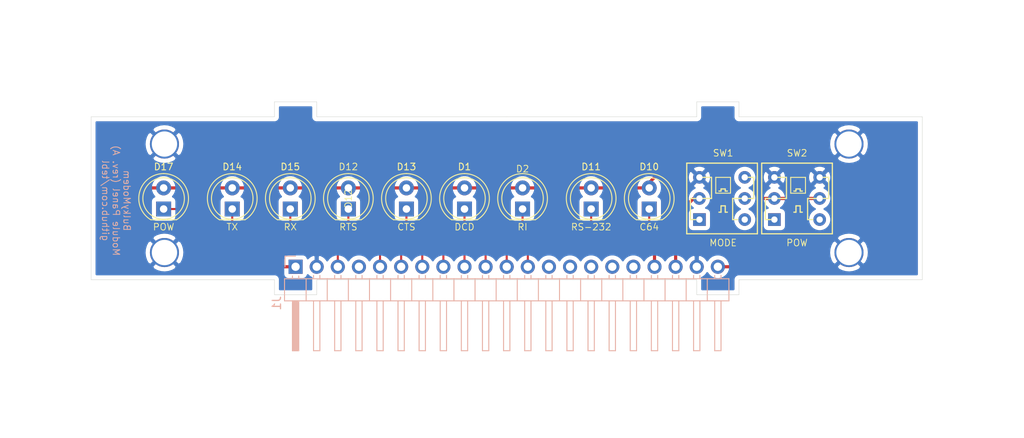
<source format=kicad_pcb>
(kicad_pcb (version 20171130) (host pcbnew "(5.1.8)-1")

  (general
    (thickness 1.6)
    (drawings 23)
    (tracks 76)
    (zones 0)
    (modules 16)
    (nets 26)
  )

  (page A4)
  (layers
    (0 F.Cu signal)
    (31 B.Cu signal)
    (32 B.Adhes user)
    (33 F.Adhes user)
    (34 B.Paste user)
    (35 F.Paste user)
    (36 B.SilkS user)
    (37 F.SilkS user)
    (38 B.Mask user)
    (39 F.Mask user)
    (40 Dwgs.User user)
    (41 Cmts.User user)
    (42 Eco1.User user)
    (43 Eco2.User user)
    (44 Edge.Cuts user)
    (45 Margin user)
    (46 B.CrtYd user)
    (47 F.CrtYd user)
    (48 B.Fab user hide)
    (49 F.Fab user)
  )

  (setup
    (last_trace_width 0.25)
    (trace_clearance 0.2)
    (zone_clearance 0.508)
    (zone_45_only no)
    (trace_min 0.2)
    (via_size 0.8)
    (via_drill 0.4)
    (via_min_size 0.4)
    (via_min_drill 0.3)
    (uvia_size 0.3)
    (uvia_drill 0.1)
    (uvias_allowed no)
    (uvia_min_size 0.2)
    (uvia_min_drill 0.1)
    (edge_width 0.05)
    (segment_width 0.2)
    (pcb_text_width 0.3)
    (pcb_text_size 1.5 1.5)
    (mod_edge_width 0.12)
    (mod_text_size 1 1)
    (mod_text_width 0.15)
    (pad_size 1.524 1.524)
    (pad_drill 0.762)
    (pad_to_mask_clearance 0)
    (aux_axis_origin 0 0)
    (grid_origin 141.09 121.579)
    (visible_elements 7FFFFFFF)
    (pcbplotparams
      (layerselection 0x011fc_ffffffff)
      (usegerberextensions true)
      (usegerberattributes false)
      (usegerberadvancedattributes false)
      (creategerberjobfile false)
      (excludeedgelayer true)
      (linewidth 0.100000)
      (plotframeref false)
      (viasonmask false)
      (mode 1)
      (useauxorigin false)
      (hpglpennumber 1)
      (hpglpenspeed 20)
      (hpglpendiameter 15.000000)
      (psnegative false)
      (psa4output false)
      (plotreference true)
      (plotvalue true)
      (plotinvisibletext false)
      (padsonsilk false)
      (subtractmaskfromsilk false)
      (outputformat 1)
      (mirror false)
      (drillshape 0)
      (scaleselection 1)
      (outputdirectory "export/"))
  )

  (net 0 "")
  (net 1 GND)
  (net 2 VCC)
  (net 3 /LED_C64)
  (net 4 /LED_RS232)
  (net 5 /LED_RTS)
  (net 6 /LED_CTS)
  (net 7 /LED_TX)
  (net 8 /LED_RX)
  (net 9 /LED_POW)
  (net 10 SW_MODE)
  (net 11 SW_PWR)
  (net 12 /LED_DCD)
  (net 13 /LED_RI)
  (net 14 "Net-(J1-Pad4)")
  (net 15 "Net-(J1-Pad13)")
  (net 16 "Net-(J1-Pad14)")
  (net 17 "Net-(J1-Pad15)")
  (net 18 "Net-(J1-Pad16)")
  (net 19 "Net-(J1-Pad17)")
  (net 20 "Net-(SW1-Pad1)")
  (net 21 "Net-(SW1-Pad4)")
  (net 22 "Net-(SW1-Pad5)")
  (net 23 "Net-(SW1-Pad6)")
  (net 24 "Net-(SW2-Pad4)")
  (net 25 "Net-(SW2-Pad1)")

  (net_class Default "This is the default net class."
    (clearance 0.2)
    (trace_width 0.25)
    (via_dia 0.8)
    (via_drill 0.4)
    (uvia_dia 0.3)
    (uvia_drill 0.1)
    (add_net /LED_C64)
    (add_net /LED_CTS)
    (add_net /LED_DCD)
    (add_net /LED_POW)
    (add_net /LED_RI)
    (add_net /LED_RS232)
    (add_net /LED_RTS)
    (add_net /LED_RX)
    (add_net /LED_TX)
    (add_net "Net-(J1-Pad13)")
    (add_net "Net-(J1-Pad14)")
    (add_net "Net-(J1-Pad15)")
    (add_net "Net-(J1-Pad16)")
    (add_net "Net-(J1-Pad17)")
    (add_net "Net-(J1-Pad4)")
    (add_net "Net-(SW1-Pad1)")
    (add_net "Net-(SW1-Pad4)")
    (add_net "Net-(SW1-Pad5)")
    (add_net "Net-(SW1-Pad6)")
    (add_net "Net-(SW2-Pad1)")
    (add_net "Net-(SW2-Pad4)")
  )

  (net_class PWR ""
    (clearance 0.2)
    (trace_width 0.381)
    (via_dia 0.8)
    (via_drill 0.4)
    (uvia_dia 0.3)
    (uvia_drill 0.1)
    (add_net GND)
    (add_net SW_MODE)
    (add_net SW_PWR)
    (add_net VCC)
  )

  (module Connector_PinHeader_2.54mm:PinHeader_1x21_P2.54mm_Horizontal locked (layer B.Cu) (tedit 59FED5CB) (tstamp 6282A785)
    (at 115.69 130.81 270)
    (descr "Through hole angled pin header, 1x21, 2.54mm pitch, 6mm pin length, single row")
    (tags "Through hole angled pin header THT 1x21 2.54mm single row")
    (path /62825997)
    (fp_text reference J1 (at 4.385 2.27 270) (layer B.SilkS)
      (effects (font (size 1 1) (thickness 0.15)) (justify mirror))
    )
    (fp_text value "Front Panel" (at 4.385 -53.07 270) (layer B.Fab)
      (effects (font (size 1 1) (thickness 0.15)) (justify mirror))
    )
    (fp_line (start 2.135 1.27) (end 4.04 1.27) (layer B.Fab) (width 0.1))
    (fp_line (start 4.04 1.27) (end 4.04 -52.07) (layer B.Fab) (width 0.1))
    (fp_line (start 4.04 -52.07) (end 1.5 -52.07) (layer B.Fab) (width 0.1))
    (fp_line (start 1.5 -52.07) (end 1.5 0.635) (layer B.Fab) (width 0.1))
    (fp_line (start 1.5 0.635) (end 2.135 1.27) (layer B.Fab) (width 0.1))
    (fp_line (start -0.32 0.32) (end 1.5 0.32) (layer B.Fab) (width 0.1))
    (fp_line (start -0.32 0.32) (end -0.32 -0.32) (layer B.Fab) (width 0.1))
    (fp_line (start -0.32 -0.32) (end 1.5 -0.32) (layer B.Fab) (width 0.1))
    (fp_line (start 4.04 0.32) (end 10.04 0.32) (layer B.Fab) (width 0.1))
    (fp_line (start 10.04 0.32) (end 10.04 -0.32) (layer B.Fab) (width 0.1))
    (fp_line (start 4.04 -0.32) (end 10.04 -0.32) (layer B.Fab) (width 0.1))
    (fp_line (start -0.32 -2.22) (end 1.5 -2.22) (layer B.Fab) (width 0.1))
    (fp_line (start -0.32 -2.22) (end -0.32 -2.86) (layer B.Fab) (width 0.1))
    (fp_line (start -0.32 -2.86) (end 1.5 -2.86) (layer B.Fab) (width 0.1))
    (fp_line (start 4.04 -2.22) (end 10.04 -2.22) (layer B.Fab) (width 0.1))
    (fp_line (start 10.04 -2.22) (end 10.04 -2.86) (layer B.Fab) (width 0.1))
    (fp_line (start 4.04 -2.86) (end 10.04 -2.86) (layer B.Fab) (width 0.1))
    (fp_line (start -0.32 -4.76) (end 1.5 -4.76) (layer B.Fab) (width 0.1))
    (fp_line (start -0.32 -4.76) (end -0.32 -5.4) (layer B.Fab) (width 0.1))
    (fp_line (start -0.32 -5.4) (end 1.5 -5.4) (layer B.Fab) (width 0.1))
    (fp_line (start 4.04 -4.76) (end 10.04 -4.76) (layer B.Fab) (width 0.1))
    (fp_line (start 10.04 -4.76) (end 10.04 -5.4) (layer B.Fab) (width 0.1))
    (fp_line (start 4.04 -5.4) (end 10.04 -5.4) (layer B.Fab) (width 0.1))
    (fp_line (start -0.32 -7.3) (end 1.5 -7.3) (layer B.Fab) (width 0.1))
    (fp_line (start -0.32 -7.3) (end -0.32 -7.94) (layer B.Fab) (width 0.1))
    (fp_line (start -0.32 -7.94) (end 1.5 -7.94) (layer B.Fab) (width 0.1))
    (fp_line (start 4.04 -7.3) (end 10.04 -7.3) (layer B.Fab) (width 0.1))
    (fp_line (start 10.04 -7.3) (end 10.04 -7.94) (layer B.Fab) (width 0.1))
    (fp_line (start 4.04 -7.94) (end 10.04 -7.94) (layer B.Fab) (width 0.1))
    (fp_line (start -0.32 -9.84) (end 1.5 -9.84) (layer B.Fab) (width 0.1))
    (fp_line (start -0.32 -9.84) (end -0.32 -10.48) (layer B.Fab) (width 0.1))
    (fp_line (start -0.32 -10.48) (end 1.5 -10.48) (layer B.Fab) (width 0.1))
    (fp_line (start 4.04 -9.84) (end 10.04 -9.84) (layer B.Fab) (width 0.1))
    (fp_line (start 10.04 -9.84) (end 10.04 -10.48) (layer B.Fab) (width 0.1))
    (fp_line (start 4.04 -10.48) (end 10.04 -10.48) (layer B.Fab) (width 0.1))
    (fp_line (start -0.32 -12.38) (end 1.5 -12.38) (layer B.Fab) (width 0.1))
    (fp_line (start -0.32 -12.38) (end -0.32 -13.02) (layer B.Fab) (width 0.1))
    (fp_line (start -0.32 -13.02) (end 1.5 -13.02) (layer B.Fab) (width 0.1))
    (fp_line (start 4.04 -12.38) (end 10.04 -12.38) (layer B.Fab) (width 0.1))
    (fp_line (start 10.04 -12.38) (end 10.04 -13.02) (layer B.Fab) (width 0.1))
    (fp_line (start 4.04 -13.02) (end 10.04 -13.02) (layer B.Fab) (width 0.1))
    (fp_line (start -0.32 -14.92) (end 1.5 -14.92) (layer B.Fab) (width 0.1))
    (fp_line (start -0.32 -14.92) (end -0.32 -15.56) (layer B.Fab) (width 0.1))
    (fp_line (start -0.32 -15.56) (end 1.5 -15.56) (layer B.Fab) (width 0.1))
    (fp_line (start 4.04 -14.92) (end 10.04 -14.92) (layer B.Fab) (width 0.1))
    (fp_line (start 10.04 -14.92) (end 10.04 -15.56) (layer B.Fab) (width 0.1))
    (fp_line (start 4.04 -15.56) (end 10.04 -15.56) (layer B.Fab) (width 0.1))
    (fp_line (start -0.32 -17.46) (end 1.5 -17.46) (layer B.Fab) (width 0.1))
    (fp_line (start -0.32 -17.46) (end -0.32 -18.1) (layer B.Fab) (width 0.1))
    (fp_line (start -0.32 -18.1) (end 1.5 -18.1) (layer B.Fab) (width 0.1))
    (fp_line (start 4.04 -17.46) (end 10.04 -17.46) (layer B.Fab) (width 0.1))
    (fp_line (start 10.04 -17.46) (end 10.04 -18.1) (layer B.Fab) (width 0.1))
    (fp_line (start 4.04 -18.1) (end 10.04 -18.1) (layer B.Fab) (width 0.1))
    (fp_line (start -0.32 -20) (end 1.5 -20) (layer B.Fab) (width 0.1))
    (fp_line (start -0.32 -20) (end -0.32 -20.64) (layer B.Fab) (width 0.1))
    (fp_line (start -0.32 -20.64) (end 1.5 -20.64) (layer B.Fab) (width 0.1))
    (fp_line (start 4.04 -20) (end 10.04 -20) (layer B.Fab) (width 0.1))
    (fp_line (start 10.04 -20) (end 10.04 -20.64) (layer B.Fab) (width 0.1))
    (fp_line (start 4.04 -20.64) (end 10.04 -20.64) (layer B.Fab) (width 0.1))
    (fp_line (start -0.32 -22.54) (end 1.5 -22.54) (layer B.Fab) (width 0.1))
    (fp_line (start -0.32 -22.54) (end -0.32 -23.18) (layer B.Fab) (width 0.1))
    (fp_line (start -0.32 -23.18) (end 1.5 -23.18) (layer B.Fab) (width 0.1))
    (fp_line (start 4.04 -22.54) (end 10.04 -22.54) (layer B.Fab) (width 0.1))
    (fp_line (start 10.04 -22.54) (end 10.04 -23.18) (layer B.Fab) (width 0.1))
    (fp_line (start 4.04 -23.18) (end 10.04 -23.18) (layer B.Fab) (width 0.1))
    (fp_line (start -0.32 -25.08) (end 1.5 -25.08) (layer B.Fab) (width 0.1))
    (fp_line (start -0.32 -25.08) (end -0.32 -25.72) (layer B.Fab) (width 0.1))
    (fp_line (start -0.32 -25.72) (end 1.5 -25.72) (layer B.Fab) (width 0.1))
    (fp_line (start 4.04 -25.08) (end 10.04 -25.08) (layer B.Fab) (width 0.1))
    (fp_line (start 10.04 -25.08) (end 10.04 -25.72) (layer B.Fab) (width 0.1))
    (fp_line (start 4.04 -25.72) (end 10.04 -25.72) (layer B.Fab) (width 0.1))
    (fp_line (start -0.32 -27.62) (end 1.5 -27.62) (layer B.Fab) (width 0.1))
    (fp_line (start -0.32 -27.62) (end -0.32 -28.26) (layer B.Fab) (width 0.1))
    (fp_line (start -0.32 -28.26) (end 1.5 -28.26) (layer B.Fab) (width 0.1))
    (fp_line (start 4.04 -27.62) (end 10.04 -27.62) (layer B.Fab) (width 0.1))
    (fp_line (start 10.04 -27.62) (end 10.04 -28.26) (layer B.Fab) (width 0.1))
    (fp_line (start 4.04 -28.26) (end 10.04 -28.26) (layer B.Fab) (width 0.1))
    (fp_line (start -0.32 -30.16) (end 1.5 -30.16) (layer B.Fab) (width 0.1))
    (fp_line (start -0.32 -30.16) (end -0.32 -30.8) (layer B.Fab) (width 0.1))
    (fp_line (start -0.32 -30.8) (end 1.5 -30.8) (layer B.Fab) (width 0.1))
    (fp_line (start 4.04 -30.16) (end 10.04 -30.16) (layer B.Fab) (width 0.1))
    (fp_line (start 10.04 -30.16) (end 10.04 -30.8) (layer B.Fab) (width 0.1))
    (fp_line (start 4.04 -30.8) (end 10.04 -30.8) (layer B.Fab) (width 0.1))
    (fp_line (start -0.32 -32.7) (end 1.5 -32.7) (layer B.Fab) (width 0.1))
    (fp_line (start -0.32 -32.7) (end -0.32 -33.34) (layer B.Fab) (width 0.1))
    (fp_line (start -0.32 -33.34) (end 1.5 -33.34) (layer B.Fab) (width 0.1))
    (fp_line (start 4.04 -32.7) (end 10.04 -32.7) (layer B.Fab) (width 0.1))
    (fp_line (start 10.04 -32.7) (end 10.04 -33.34) (layer B.Fab) (width 0.1))
    (fp_line (start 4.04 -33.34) (end 10.04 -33.34) (layer B.Fab) (width 0.1))
    (fp_line (start -0.32 -35.24) (end 1.5 -35.24) (layer B.Fab) (width 0.1))
    (fp_line (start -0.32 -35.24) (end -0.32 -35.88) (layer B.Fab) (width 0.1))
    (fp_line (start -0.32 -35.88) (end 1.5 -35.88) (layer B.Fab) (width 0.1))
    (fp_line (start 4.04 -35.24) (end 10.04 -35.24) (layer B.Fab) (width 0.1))
    (fp_line (start 10.04 -35.24) (end 10.04 -35.88) (layer B.Fab) (width 0.1))
    (fp_line (start 4.04 -35.88) (end 10.04 -35.88) (layer B.Fab) (width 0.1))
    (fp_line (start -0.32 -37.78) (end 1.5 -37.78) (layer B.Fab) (width 0.1))
    (fp_line (start -0.32 -37.78) (end -0.32 -38.42) (layer B.Fab) (width 0.1))
    (fp_line (start -0.32 -38.42) (end 1.5 -38.42) (layer B.Fab) (width 0.1))
    (fp_line (start 4.04 -37.78) (end 10.04 -37.78) (layer B.Fab) (width 0.1))
    (fp_line (start 10.04 -37.78) (end 10.04 -38.42) (layer B.Fab) (width 0.1))
    (fp_line (start 4.04 -38.42) (end 10.04 -38.42) (layer B.Fab) (width 0.1))
    (fp_line (start -0.32 -40.32) (end 1.5 -40.32) (layer B.Fab) (width 0.1))
    (fp_line (start -0.32 -40.32) (end -0.32 -40.96) (layer B.Fab) (width 0.1))
    (fp_line (start -0.32 -40.96) (end 1.5 -40.96) (layer B.Fab) (width 0.1))
    (fp_line (start 4.04 -40.32) (end 10.04 -40.32) (layer B.Fab) (width 0.1))
    (fp_line (start 10.04 -40.32) (end 10.04 -40.96) (layer B.Fab) (width 0.1))
    (fp_line (start 4.04 -40.96) (end 10.04 -40.96) (layer B.Fab) (width 0.1))
    (fp_line (start -0.32 -42.86) (end 1.5 -42.86) (layer B.Fab) (width 0.1))
    (fp_line (start -0.32 -42.86) (end -0.32 -43.5) (layer B.Fab) (width 0.1))
    (fp_line (start -0.32 -43.5) (end 1.5 -43.5) (layer B.Fab) (width 0.1))
    (fp_line (start 4.04 -42.86) (end 10.04 -42.86) (layer B.Fab) (width 0.1))
    (fp_line (start 10.04 -42.86) (end 10.04 -43.5) (layer B.Fab) (width 0.1))
    (fp_line (start 4.04 -43.5) (end 10.04 -43.5) (layer B.Fab) (width 0.1))
    (fp_line (start -0.32 -45.4) (end 1.5 -45.4) (layer B.Fab) (width 0.1))
    (fp_line (start -0.32 -45.4) (end -0.32 -46.04) (layer B.Fab) (width 0.1))
    (fp_line (start -0.32 -46.04) (end 1.5 -46.04) (layer B.Fab) (width 0.1))
    (fp_line (start 4.04 -45.4) (end 10.04 -45.4) (layer B.Fab) (width 0.1))
    (fp_line (start 10.04 -45.4) (end 10.04 -46.04) (layer B.Fab) (width 0.1))
    (fp_line (start 4.04 -46.04) (end 10.04 -46.04) (layer B.Fab) (width 0.1))
    (fp_line (start -0.32 -47.94) (end 1.5 -47.94) (layer B.Fab) (width 0.1))
    (fp_line (start -0.32 -47.94) (end -0.32 -48.58) (layer B.Fab) (width 0.1))
    (fp_line (start -0.32 -48.58) (end 1.5 -48.58) (layer B.Fab) (width 0.1))
    (fp_line (start 4.04 -47.94) (end 10.04 -47.94) (layer B.Fab) (width 0.1))
    (fp_line (start 10.04 -47.94) (end 10.04 -48.58) (layer B.Fab) (width 0.1))
    (fp_line (start 4.04 -48.58) (end 10.04 -48.58) (layer B.Fab) (width 0.1))
    (fp_line (start -0.32 -50.48) (end 1.5 -50.48) (layer B.Fab) (width 0.1))
    (fp_line (start -0.32 -50.48) (end -0.32 -51.12) (layer B.Fab) (width 0.1))
    (fp_line (start -0.32 -51.12) (end 1.5 -51.12) (layer B.Fab) (width 0.1))
    (fp_line (start 4.04 -50.48) (end 10.04 -50.48) (layer B.Fab) (width 0.1))
    (fp_line (start 10.04 -50.48) (end 10.04 -51.12) (layer B.Fab) (width 0.1))
    (fp_line (start 4.04 -51.12) (end 10.04 -51.12) (layer B.Fab) (width 0.1))
    (fp_line (start 1.44 1.33) (end 1.44 -52.13) (layer B.SilkS) (width 0.12))
    (fp_line (start 1.44 -52.13) (end 4.1 -52.13) (layer B.SilkS) (width 0.12))
    (fp_line (start 4.1 -52.13) (end 4.1 1.33) (layer B.SilkS) (width 0.12))
    (fp_line (start 4.1 1.33) (end 1.44 1.33) (layer B.SilkS) (width 0.12))
    (fp_line (start 4.1 0.38) (end 10.1 0.38) (layer B.SilkS) (width 0.12))
    (fp_line (start 10.1 0.38) (end 10.1 -0.38) (layer B.SilkS) (width 0.12))
    (fp_line (start 10.1 -0.38) (end 4.1 -0.38) (layer B.SilkS) (width 0.12))
    (fp_line (start 4.1 0.32) (end 10.1 0.32) (layer B.SilkS) (width 0.12))
    (fp_line (start 4.1 0.2) (end 10.1 0.2) (layer B.SilkS) (width 0.12))
    (fp_line (start 4.1 0.08) (end 10.1 0.08) (layer B.SilkS) (width 0.12))
    (fp_line (start 4.1 -0.04) (end 10.1 -0.04) (layer B.SilkS) (width 0.12))
    (fp_line (start 4.1 -0.16) (end 10.1 -0.16) (layer B.SilkS) (width 0.12))
    (fp_line (start 4.1 -0.28) (end 10.1 -0.28) (layer B.SilkS) (width 0.12))
    (fp_line (start 1.11 0.38) (end 1.44 0.38) (layer B.SilkS) (width 0.12))
    (fp_line (start 1.11 -0.38) (end 1.44 -0.38) (layer B.SilkS) (width 0.12))
    (fp_line (start 1.44 -1.27) (end 4.1 -1.27) (layer B.SilkS) (width 0.12))
    (fp_line (start 4.1 -2.16) (end 10.1 -2.16) (layer B.SilkS) (width 0.12))
    (fp_line (start 10.1 -2.16) (end 10.1 -2.92) (layer B.SilkS) (width 0.12))
    (fp_line (start 10.1 -2.92) (end 4.1 -2.92) (layer B.SilkS) (width 0.12))
    (fp_line (start 1.042929 -2.16) (end 1.44 -2.16) (layer B.SilkS) (width 0.12))
    (fp_line (start 1.042929 -2.92) (end 1.44 -2.92) (layer B.SilkS) (width 0.12))
    (fp_line (start 1.44 -3.81) (end 4.1 -3.81) (layer B.SilkS) (width 0.12))
    (fp_line (start 4.1 -4.7) (end 10.1 -4.7) (layer B.SilkS) (width 0.12))
    (fp_line (start 10.1 -4.7) (end 10.1 -5.46) (layer B.SilkS) (width 0.12))
    (fp_line (start 10.1 -5.46) (end 4.1 -5.46) (layer B.SilkS) (width 0.12))
    (fp_line (start 1.042929 -4.7) (end 1.44 -4.7) (layer B.SilkS) (width 0.12))
    (fp_line (start 1.042929 -5.46) (end 1.44 -5.46) (layer B.SilkS) (width 0.12))
    (fp_line (start 1.44 -6.35) (end 4.1 -6.35) (layer B.SilkS) (width 0.12))
    (fp_line (start 4.1 -7.24) (end 10.1 -7.24) (layer B.SilkS) (width 0.12))
    (fp_line (start 10.1 -7.24) (end 10.1 -8) (layer B.SilkS) (width 0.12))
    (fp_line (start 10.1 -8) (end 4.1 -8) (layer B.SilkS) (width 0.12))
    (fp_line (start 1.042929 -7.24) (end 1.44 -7.24) (layer B.SilkS) (width 0.12))
    (fp_line (start 1.042929 -8) (end 1.44 -8) (layer B.SilkS) (width 0.12))
    (fp_line (start 1.44 -8.89) (end 4.1 -8.89) (layer B.SilkS) (width 0.12))
    (fp_line (start 4.1 -9.78) (end 10.1 -9.78) (layer B.SilkS) (width 0.12))
    (fp_line (start 10.1 -9.78) (end 10.1 -10.54) (layer B.SilkS) (width 0.12))
    (fp_line (start 10.1 -10.54) (end 4.1 -10.54) (layer B.SilkS) (width 0.12))
    (fp_line (start 1.042929 -9.78) (end 1.44 -9.78) (layer B.SilkS) (width 0.12))
    (fp_line (start 1.042929 -10.54) (end 1.44 -10.54) (layer B.SilkS) (width 0.12))
    (fp_line (start 1.44 -11.43) (end 4.1 -11.43) (layer B.SilkS) (width 0.12))
    (fp_line (start 4.1 -12.32) (end 10.1 -12.32) (layer B.SilkS) (width 0.12))
    (fp_line (start 10.1 -12.32) (end 10.1 -13.08) (layer B.SilkS) (width 0.12))
    (fp_line (start 10.1 -13.08) (end 4.1 -13.08) (layer B.SilkS) (width 0.12))
    (fp_line (start 1.042929 -12.32) (end 1.44 -12.32) (layer B.SilkS) (width 0.12))
    (fp_line (start 1.042929 -13.08) (end 1.44 -13.08) (layer B.SilkS) (width 0.12))
    (fp_line (start 1.44 -13.97) (end 4.1 -13.97) (layer B.SilkS) (width 0.12))
    (fp_line (start 4.1 -14.86) (end 10.1 -14.86) (layer B.SilkS) (width 0.12))
    (fp_line (start 10.1 -14.86) (end 10.1 -15.62) (layer B.SilkS) (width 0.12))
    (fp_line (start 10.1 -15.62) (end 4.1 -15.62) (layer B.SilkS) (width 0.12))
    (fp_line (start 1.042929 -14.86) (end 1.44 -14.86) (layer B.SilkS) (width 0.12))
    (fp_line (start 1.042929 -15.62) (end 1.44 -15.62) (layer B.SilkS) (width 0.12))
    (fp_line (start 1.44 -16.51) (end 4.1 -16.51) (layer B.SilkS) (width 0.12))
    (fp_line (start 4.1 -17.4) (end 10.1 -17.4) (layer B.SilkS) (width 0.12))
    (fp_line (start 10.1 -17.4) (end 10.1 -18.16) (layer B.SilkS) (width 0.12))
    (fp_line (start 10.1 -18.16) (end 4.1 -18.16) (layer B.SilkS) (width 0.12))
    (fp_line (start 1.042929 -17.4) (end 1.44 -17.4) (layer B.SilkS) (width 0.12))
    (fp_line (start 1.042929 -18.16) (end 1.44 -18.16) (layer B.SilkS) (width 0.12))
    (fp_line (start 1.44 -19.05) (end 4.1 -19.05) (layer B.SilkS) (width 0.12))
    (fp_line (start 4.1 -19.94) (end 10.1 -19.94) (layer B.SilkS) (width 0.12))
    (fp_line (start 10.1 -19.94) (end 10.1 -20.7) (layer B.SilkS) (width 0.12))
    (fp_line (start 10.1 -20.7) (end 4.1 -20.7) (layer B.SilkS) (width 0.12))
    (fp_line (start 1.042929 -19.94) (end 1.44 -19.94) (layer B.SilkS) (width 0.12))
    (fp_line (start 1.042929 -20.7) (end 1.44 -20.7) (layer B.SilkS) (width 0.12))
    (fp_line (start 1.44 -21.59) (end 4.1 -21.59) (layer B.SilkS) (width 0.12))
    (fp_line (start 4.1 -22.48) (end 10.1 -22.48) (layer B.SilkS) (width 0.12))
    (fp_line (start 10.1 -22.48) (end 10.1 -23.24) (layer B.SilkS) (width 0.12))
    (fp_line (start 10.1 -23.24) (end 4.1 -23.24) (layer B.SilkS) (width 0.12))
    (fp_line (start 1.042929 -22.48) (end 1.44 -22.48) (layer B.SilkS) (width 0.12))
    (fp_line (start 1.042929 -23.24) (end 1.44 -23.24) (layer B.SilkS) (width 0.12))
    (fp_line (start 1.44 -24.13) (end 4.1 -24.13) (layer B.SilkS) (width 0.12))
    (fp_line (start 4.1 -25.02) (end 10.1 -25.02) (layer B.SilkS) (width 0.12))
    (fp_line (start 10.1 -25.02) (end 10.1 -25.78) (layer B.SilkS) (width 0.12))
    (fp_line (start 10.1 -25.78) (end 4.1 -25.78) (layer B.SilkS) (width 0.12))
    (fp_line (start 1.042929 -25.02) (end 1.44 -25.02) (layer B.SilkS) (width 0.12))
    (fp_line (start 1.042929 -25.78) (end 1.44 -25.78) (layer B.SilkS) (width 0.12))
    (fp_line (start 1.44 -26.67) (end 4.1 -26.67) (layer B.SilkS) (width 0.12))
    (fp_line (start 4.1 -27.56) (end 10.1 -27.56) (layer B.SilkS) (width 0.12))
    (fp_line (start 10.1 -27.56) (end 10.1 -28.32) (layer B.SilkS) (width 0.12))
    (fp_line (start 10.1 -28.32) (end 4.1 -28.32) (layer B.SilkS) (width 0.12))
    (fp_line (start 1.042929 -27.56) (end 1.44 -27.56) (layer B.SilkS) (width 0.12))
    (fp_line (start 1.042929 -28.32) (end 1.44 -28.32) (layer B.SilkS) (width 0.12))
    (fp_line (start 1.44 -29.21) (end 4.1 -29.21) (layer B.SilkS) (width 0.12))
    (fp_line (start 4.1 -30.1) (end 10.1 -30.1) (layer B.SilkS) (width 0.12))
    (fp_line (start 10.1 -30.1) (end 10.1 -30.86) (layer B.SilkS) (width 0.12))
    (fp_line (start 10.1 -30.86) (end 4.1 -30.86) (layer B.SilkS) (width 0.12))
    (fp_line (start 1.042929 -30.1) (end 1.44 -30.1) (layer B.SilkS) (width 0.12))
    (fp_line (start 1.042929 -30.86) (end 1.44 -30.86) (layer B.SilkS) (width 0.12))
    (fp_line (start 1.44 -31.75) (end 4.1 -31.75) (layer B.SilkS) (width 0.12))
    (fp_line (start 4.1 -32.64) (end 10.1 -32.64) (layer B.SilkS) (width 0.12))
    (fp_line (start 10.1 -32.64) (end 10.1 -33.4) (layer B.SilkS) (width 0.12))
    (fp_line (start 10.1 -33.4) (end 4.1 -33.4) (layer B.SilkS) (width 0.12))
    (fp_line (start 1.042929 -32.64) (end 1.44 -32.64) (layer B.SilkS) (width 0.12))
    (fp_line (start 1.042929 -33.4) (end 1.44 -33.4) (layer B.SilkS) (width 0.12))
    (fp_line (start 1.44 -34.29) (end 4.1 -34.29) (layer B.SilkS) (width 0.12))
    (fp_line (start 4.1 -35.18) (end 10.1 -35.18) (layer B.SilkS) (width 0.12))
    (fp_line (start 10.1 -35.18) (end 10.1 -35.94) (layer B.SilkS) (width 0.12))
    (fp_line (start 10.1 -35.94) (end 4.1 -35.94) (layer B.SilkS) (width 0.12))
    (fp_line (start 1.042929 -35.18) (end 1.44 -35.18) (layer B.SilkS) (width 0.12))
    (fp_line (start 1.042929 -35.94) (end 1.44 -35.94) (layer B.SilkS) (width 0.12))
    (fp_line (start 1.44 -36.83) (end 4.1 -36.83) (layer B.SilkS) (width 0.12))
    (fp_line (start 4.1 -37.72) (end 10.1 -37.72) (layer B.SilkS) (width 0.12))
    (fp_line (start 10.1 -37.72) (end 10.1 -38.48) (layer B.SilkS) (width 0.12))
    (fp_line (start 10.1 -38.48) (end 4.1 -38.48) (layer B.SilkS) (width 0.12))
    (fp_line (start 1.042929 -37.72) (end 1.44 -37.72) (layer B.SilkS) (width 0.12))
    (fp_line (start 1.042929 -38.48) (end 1.44 -38.48) (layer B.SilkS) (width 0.12))
    (fp_line (start 1.44 -39.37) (end 4.1 -39.37) (layer B.SilkS) (width 0.12))
    (fp_line (start 4.1 -40.26) (end 10.1 -40.26) (layer B.SilkS) (width 0.12))
    (fp_line (start 10.1 -40.26) (end 10.1 -41.02) (layer B.SilkS) (width 0.12))
    (fp_line (start 10.1 -41.02) (end 4.1 -41.02) (layer B.SilkS) (width 0.12))
    (fp_line (start 1.042929 -40.26) (end 1.44 -40.26) (layer B.SilkS) (width 0.12))
    (fp_line (start 1.042929 -41.02) (end 1.44 -41.02) (layer B.SilkS) (width 0.12))
    (fp_line (start 1.44 -41.91) (end 4.1 -41.91) (layer B.SilkS) (width 0.12))
    (fp_line (start 4.1 -42.8) (end 10.1 -42.8) (layer B.SilkS) (width 0.12))
    (fp_line (start 10.1 -42.8) (end 10.1 -43.56) (layer B.SilkS) (width 0.12))
    (fp_line (start 10.1 -43.56) (end 4.1 -43.56) (layer B.SilkS) (width 0.12))
    (fp_line (start 1.042929 -42.8) (end 1.44 -42.8) (layer B.SilkS) (width 0.12))
    (fp_line (start 1.042929 -43.56) (end 1.44 -43.56) (layer B.SilkS) (width 0.12))
    (fp_line (start 1.44 -44.45) (end 4.1 -44.45) (layer B.SilkS) (width 0.12))
    (fp_line (start 4.1 -45.34) (end 10.1 -45.34) (layer B.SilkS) (width 0.12))
    (fp_line (start 10.1 -45.34) (end 10.1 -46.1) (layer B.SilkS) (width 0.12))
    (fp_line (start 10.1 -46.1) (end 4.1 -46.1) (layer B.SilkS) (width 0.12))
    (fp_line (start 1.042929 -45.34) (end 1.44 -45.34) (layer B.SilkS) (width 0.12))
    (fp_line (start 1.042929 -46.1) (end 1.44 -46.1) (layer B.SilkS) (width 0.12))
    (fp_line (start 1.44 -46.99) (end 4.1 -46.99) (layer B.SilkS) (width 0.12))
    (fp_line (start 4.1 -47.88) (end 10.1 -47.88) (layer B.SilkS) (width 0.12))
    (fp_line (start 10.1 -47.88) (end 10.1 -48.64) (layer B.SilkS) (width 0.12))
    (fp_line (start 10.1 -48.64) (end 4.1 -48.64) (layer B.SilkS) (width 0.12))
    (fp_line (start 1.042929 -47.88) (end 1.44 -47.88) (layer B.SilkS) (width 0.12))
    (fp_line (start 1.042929 -48.64) (end 1.44 -48.64) (layer B.SilkS) (width 0.12))
    (fp_line (start 1.44 -49.53) (end 4.1 -49.53) (layer B.SilkS) (width 0.12))
    (fp_line (start 4.1 -50.42) (end 10.1 -50.42) (layer B.SilkS) (width 0.12))
    (fp_line (start 10.1 -50.42) (end 10.1 -51.18) (layer B.SilkS) (width 0.12))
    (fp_line (start 10.1 -51.18) (end 4.1 -51.18) (layer B.SilkS) (width 0.12))
    (fp_line (start 1.042929 -50.42) (end 1.44 -50.42) (layer B.SilkS) (width 0.12))
    (fp_line (start 1.042929 -51.18) (end 1.44 -51.18) (layer B.SilkS) (width 0.12))
    (fp_line (start -1.27 0) (end -1.27 1.27) (layer B.SilkS) (width 0.12))
    (fp_line (start -1.27 1.27) (end 0 1.27) (layer B.SilkS) (width 0.12))
    (fp_line (start -1.8 1.8) (end -1.8 -52.6) (layer B.CrtYd) (width 0.05))
    (fp_line (start -1.8 -52.6) (end 10.55 -52.6) (layer B.CrtYd) (width 0.05))
    (fp_line (start 10.55 -52.6) (end 10.55 1.8) (layer B.CrtYd) (width 0.05))
    (fp_line (start 10.55 1.8) (end -1.8 1.8) (layer B.CrtYd) (width 0.05))
    (fp_text user %R (at 2.77 -25.4) (layer B.Fab)
      (effects (font (size 1 1) (thickness 0.15)) (justify mirror))
    )
    (pad 1 thru_hole rect (at 0 0 270) (size 1.7 1.7) (drill 1) (layers *.Cu *.Mask)
      (net 2 VCC))
    (pad 2 thru_hole oval (at 0 -2.54 270) (size 1.7 1.7) (drill 1) (layers *.Cu *.Mask)
      (net 1 GND))
    (pad 3 thru_hole oval (at 0 -5.08 270) (size 1.7 1.7) (drill 1) (layers *.Cu *.Mask)
      (net 9 /LED_POW))
    (pad 4 thru_hole oval (at 0 -7.62 270) (size 1.7 1.7) (drill 1) (layers *.Cu *.Mask)
      (net 14 "Net-(J1-Pad4)"))
    (pad 5 thru_hole oval (at 0 -10.16 270) (size 1.7 1.7) (drill 1) (layers *.Cu *.Mask)
      (net 7 /LED_TX))
    (pad 6 thru_hole oval (at 0 -12.7 270) (size 1.7 1.7) (drill 1) (layers *.Cu *.Mask)
      (net 8 /LED_RX))
    (pad 7 thru_hole oval (at 0 -15.24 270) (size 1.7 1.7) (drill 1) (layers *.Cu *.Mask)
      (net 5 /LED_RTS))
    (pad 8 thru_hole oval (at 0 -17.78 270) (size 1.7 1.7) (drill 1) (layers *.Cu *.Mask)
      (net 6 /LED_CTS))
    (pad 9 thru_hole oval (at 0 -20.32 270) (size 1.7 1.7) (drill 1) (layers *.Cu *.Mask)
      (net 12 /LED_DCD))
    (pad 10 thru_hole oval (at 0 -22.86 270) (size 1.7 1.7) (drill 1) (layers *.Cu *.Mask)
      (net 13 /LED_RI))
    (pad 11 thru_hole oval (at 0 -25.4 270) (size 1.7 1.7) (drill 1) (layers *.Cu *.Mask)
      (net 4 /LED_RS232))
    (pad 12 thru_hole oval (at 0 -27.94 270) (size 1.7 1.7) (drill 1) (layers *.Cu *.Mask)
      (net 3 /LED_C64))
    (pad 13 thru_hole oval (at 0 -30.48 270) (size 1.7 1.7) (drill 1) (layers *.Cu *.Mask)
      (net 15 "Net-(J1-Pad13)"))
    (pad 14 thru_hole oval (at 0 -33.02 270) (size 1.7 1.7) (drill 1) (layers *.Cu *.Mask)
      (net 16 "Net-(J1-Pad14)"))
    (pad 15 thru_hole oval (at 0 -35.56 270) (size 1.7 1.7) (drill 1) (layers *.Cu *.Mask)
      (net 17 "Net-(J1-Pad15)"))
    (pad 16 thru_hole oval (at 0 -38.1 270) (size 1.7 1.7) (drill 1) (layers *.Cu *.Mask)
      (net 18 "Net-(J1-Pad16)"))
    (pad 17 thru_hole oval (at 0 -40.64 270) (size 1.7 1.7) (drill 1) (layers *.Cu *.Mask)
      (net 19 "Net-(J1-Pad17)"))
    (pad 18 thru_hole oval (at 0 -43.18 270) (size 1.7 1.7) (drill 1) (layers *.Cu *.Mask)
      (net 10 SW_MODE))
    (pad 19 thru_hole oval (at 0 -45.72 270) (size 1.7 1.7) (drill 1) (layers *.Cu *.Mask)
      (net 11 SW_PWR))
    (pad 20 thru_hole oval (at 0 -48.26 270) (size 1.7 1.7) (drill 1) (layers *.Cu *.Mask)
      (net 1 GND))
    (pad 21 thru_hole oval (at 0 -50.8 270) (size 1.7 1.7) (drill 1) (layers *.Cu *.Mask)
      (net 2 VCC))
    (model ${KISYS3DMOD}/Connector_PinHeader_2.54mm.3dshapes/PinHeader_1x21_P2.54mm_Horizontal.wrl
      (at (xyz 0 0 0))
      (scale (xyz 1 1 1))
      (rotate (xyz 0 0 0))
    )
  )

  (module mounting:M3_pin (layer F.Cu) (tedit 5F76331A) (tstamp 6282A424)
    (at 99.915 129.099)
    (descr "module 1 pin (ou trou mecanique de percage)")
    (tags DEV)
    (path /6282631C)
    (fp_text reference M1 (at 3.048 0) (layer F.Fab) hide
      (effects (font (size 1 1) (thickness 0.15)))
    )
    (fp_text value Mounting_Pin (at 0 3) (layer F.Fab) hide
      (effects (font (size 1 1) (thickness 0.15)))
    )
    (fp_circle (center 0 0) (end 2.6 0) (layer F.CrtYd) (width 0.05))
    (fp_circle (center 0 0) (end 2 0.8) (layer F.Fab) (width 0.1))
    (pad 1 thru_hole circle (at 0 0) (size 3.5 3.5) (drill 3.048) (layers *.Cu *.Mask)
      (net 1 GND) (solder_mask_margin 0.8))
  )

  (module mounting:M3_pin (layer F.Cu) (tedit 5F76331A) (tstamp 6282A42B)
    (at 182.265 129.099)
    (descr "module 1 pin (ou trou mecanique de percage)")
    (tags DEV)
    (path /62826824)
    (fp_text reference M2 (at 0 -3.048) (layer F.Fab) hide
      (effects (font (size 1 1) (thickness 0.15)))
    )
    (fp_text value Mounting_Pin (at 0 3) (layer F.Fab) hide
      (effects (font (size 1 1) (thickness 0.15)))
    )
    (fp_circle (center 0 0) (end 2 0.8) (layer F.Fab) (width 0.1))
    (fp_circle (center 0 0) (end 2.6 0) (layer F.CrtYd) (width 0.05))
    (pad 1 thru_hole circle (at 0 0) (size 3.5 3.5) (drill 3.048) (layers *.Cu *.Mask)
      (net 1 GND) (solder_mask_margin 0.8))
  )

  (module mounting:M3_pin (layer F.Cu) (tedit 5F76331A) (tstamp 6282A432)
    (at 182.265 116.049)
    (descr "module 1 pin (ou trou mecanique de percage)")
    (tags DEV)
    (path /62826D8F)
    (fp_text reference M3 (at 0 -3.048) (layer F.Fab) hide
      (effects (font (size 1 1) (thickness 0.15)))
    )
    (fp_text value Mounting_Pin (at 0 3) (layer F.Fab) hide
      (effects (font (size 1 1) (thickness 0.15)))
    )
    (fp_circle (center 0 0) (end 2 0.8) (layer F.Fab) (width 0.1))
    (fp_circle (center 0 0) (end 2.6 0) (layer F.CrtYd) (width 0.05))
    (pad 1 thru_hole circle (at 0 0) (size 3.5 3.5) (drill 3.048) (layers *.Cu *.Mask)
      (net 1 GND) (solder_mask_margin 0.8))
  )

  (module mounting:M3_pin (layer F.Cu) (tedit 5F76331A) (tstamp 6282A439)
    (at 99.915 116.049)
    (descr "module 1 pin (ou trou mecanique de percage)")
    (tags DEV)
    (path /62827110)
    (fp_text reference M4 (at 0 -3.048) (layer F.Fab) hide
      (effects (font (size 1 1) (thickness 0.15)))
    )
    (fp_text value Mounting_Pin (at 0 3) (layer F.Fab) hide
      (effects (font (size 1 1) (thickness 0.15)))
    )
    (fp_circle (center 0 0) (end 2 0.8) (layer F.Fab) (width 0.1))
    (fp_circle (center 0 0) (end 2.6 0) (layer F.CrtYd) (width 0.05))
    (pad 1 thru_hole circle (at 0 0) (size 3.5 3.5) (drill 3.048) (layers *.Cu *.Mask)
      (net 1 GND) (solder_mask_margin 0.8))
  )

  (module LED_THT:LED_D5.0mm (layer F.Cu) (tedit 5995936A) (tstamp 62DBF8C5)
    (at 158.235 123.865 90)
    (descr "LED, diameter 5.0mm, 2 pins, http://cdn-reichelt.de/documents/datenblatt/A500/LL-504BC2E-009.pdf")
    (tags "LED diameter 5.0mm 2 pins")
    (path /62876713)
    (fp_text reference D10 (at 5.08 0 180) (layer F.SilkS)
      (effects (font (size 0.8 0.8) (thickness 0.1)))
    )
    (fp_text value C64 (at -2.159 0 180) (layer F.SilkS)
      (effects (font (size 0.8 0.8) (thickness 0.1)))
    )
    (fp_line (start 4.5 -3.25) (end -1.95 -3.25) (layer F.CrtYd) (width 0.05))
    (fp_line (start 4.5 3.25) (end 4.5 -3.25) (layer F.CrtYd) (width 0.05))
    (fp_line (start -1.95 3.25) (end 4.5 3.25) (layer F.CrtYd) (width 0.05))
    (fp_line (start -1.95 -3.25) (end -1.95 3.25) (layer F.CrtYd) (width 0.05))
    (fp_line (start -1.29 -1.545) (end -1.29 1.545) (layer F.SilkS) (width 0.12))
    (fp_line (start -1.23 -1.469694) (end -1.23 1.469694) (layer F.Fab) (width 0.1))
    (fp_circle (center 1.27 0) (end 3.77 0) (layer F.SilkS) (width 0.12))
    (fp_circle (center 1.27 0) (end 3.77 0) (layer F.Fab) (width 0.1))
    (fp_arc (start 1.27 0) (end -1.23 -1.469694) (angle 299.1) (layer F.Fab) (width 0.1))
    (fp_arc (start 1.27 0) (end -1.29 -1.54483) (angle 148.9) (layer F.SilkS) (width 0.12))
    (fp_arc (start 1.27 0) (end -1.29 1.54483) (angle -148.9) (layer F.SilkS) (width 0.12))
    (fp_text user %R (at 5.08 0 180) (layer F.SilkS)
      (effects (font (size 0.8 0.8) (thickness 0.1)))
    )
    (pad 1 thru_hole rect (at 0 0 90) (size 1.8 1.8) (drill 0.9) (layers *.Cu *.Mask)
      (net 3 /LED_C64))
    (pad 2 thru_hole circle (at 2.54 0 90) (size 1.8 1.8) (drill 0.9) (layers *.Cu *.Mask)
      (net 2 VCC))
    (model ${KISYS3DMOD}/LED_THT.3dshapes/LED_D5.0mm.wrl
      (at (xyz 0 0 0))
      (scale (xyz 1 1 1))
      (rotate (xyz 0 0 0))
    )
  )

  (module LED_THT:LED_D5.0mm (layer F.Cu) (tedit 5995936A) (tstamp 62DBF8D7)
    (at 151.25 123.865 90)
    (descr "LED, diameter 5.0mm, 2 pins, http://cdn-reichelt.de/documents/datenblatt/A500/LL-504BC2E-009.pdf")
    (tags "LED diameter 5.0mm 2 pins")
    (path /62876721)
    (fp_text reference D11 (at 5.08 0 180) (layer F.SilkS)
      (effects (font (size 0.8 0.8) (thickness 0.1)))
    )
    (fp_text value RS-232 (at -2.159 0 180) (layer F.SilkS)
      (effects (font (size 0.8 0.8) (thickness 0.1)))
    )
    (fp_circle (center 1.27 0) (end 3.77 0) (layer F.Fab) (width 0.1))
    (fp_circle (center 1.27 0) (end 3.77 0) (layer F.SilkS) (width 0.12))
    (fp_line (start -1.23 -1.469694) (end -1.23 1.469694) (layer F.Fab) (width 0.1))
    (fp_line (start -1.29 -1.545) (end -1.29 1.545) (layer F.SilkS) (width 0.12))
    (fp_line (start -1.95 -3.25) (end -1.95 3.25) (layer F.CrtYd) (width 0.05))
    (fp_line (start -1.95 3.25) (end 4.5 3.25) (layer F.CrtYd) (width 0.05))
    (fp_line (start 4.5 3.25) (end 4.5 -3.25) (layer F.CrtYd) (width 0.05))
    (fp_line (start 4.5 -3.25) (end -1.95 -3.25) (layer F.CrtYd) (width 0.05))
    (fp_text user %R (at 5.08 0 180) (layer F.SilkS)
      (effects (font (size 0.8 0.8) (thickness 0.1)))
    )
    (fp_arc (start 1.27 0) (end -1.29 1.54483) (angle -148.9) (layer F.SilkS) (width 0.12))
    (fp_arc (start 1.27 0) (end -1.29 -1.54483) (angle 148.9) (layer F.SilkS) (width 0.12))
    (fp_arc (start 1.27 0) (end -1.23 -1.469694) (angle 299.1) (layer F.Fab) (width 0.1))
    (pad 2 thru_hole circle (at 2.54 0 90) (size 1.8 1.8) (drill 0.9) (layers *.Cu *.Mask)
      (net 2 VCC))
    (pad 1 thru_hole rect (at 0 0 90) (size 1.8 1.8) (drill 0.9) (layers *.Cu *.Mask)
      (net 4 /LED_RS232))
    (model ${KISYS3DMOD}/LED_THT.3dshapes/LED_D5.0mm.wrl
      (at (xyz 0 0 0))
      (scale (xyz 1 1 1))
      (rotate (xyz 0 0 0))
    )
  )

  (module LED_THT:LED_D5.0mm (layer F.Cu) (tedit 5995936A) (tstamp 62DBF8E9)
    (at 122.04 123.865 90)
    (descr "LED, diameter 5.0mm, 2 pins, http://cdn-reichelt.de/documents/datenblatt/A500/LL-504BC2E-009.pdf")
    (tags "LED diameter 5.0mm 2 pins")
    (path /6287672F)
    (fp_text reference D12 (at 5.08 0 180) (layer F.SilkS)
      (effects (font (size 0.8 0.8) (thickness 0.1)))
    )
    (fp_text value RTS (at -2.159 0 180) (layer F.SilkS)
      (effects (font (size 0.8 0.8) (thickness 0.1)))
    )
    (fp_line (start 4.5 -3.25) (end -1.95 -3.25) (layer F.CrtYd) (width 0.05))
    (fp_line (start 4.5 3.25) (end 4.5 -3.25) (layer F.CrtYd) (width 0.05))
    (fp_line (start -1.95 3.25) (end 4.5 3.25) (layer F.CrtYd) (width 0.05))
    (fp_line (start -1.95 -3.25) (end -1.95 3.25) (layer F.CrtYd) (width 0.05))
    (fp_line (start -1.29 -1.545) (end -1.29 1.545) (layer F.SilkS) (width 0.12))
    (fp_line (start -1.23 -1.469694) (end -1.23 1.469694) (layer F.Fab) (width 0.1))
    (fp_circle (center 1.27 0) (end 3.77 0) (layer F.SilkS) (width 0.12))
    (fp_circle (center 1.27 0) (end 3.77 0) (layer F.Fab) (width 0.1))
    (fp_arc (start 1.27 0) (end -1.23 -1.469694) (angle 299.1) (layer F.Fab) (width 0.1))
    (fp_arc (start 1.27 0) (end -1.29 -1.54483) (angle 148.9) (layer F.SilkS) (width 0.12))
    (fp_arc (start 1.27 0) (end -1.29 1.54483) (angle -148.9) (layer F.SilkS) (width 0.12))
    (fp_text user %R (at 1.25 0 90) (layer F.SilkS)
      (effects (font (size 0.8 0.8) (thickness 0.1)))
    )
    (pad 1 thru_hole rect (at 0 0 90) (size 1.8 1.8) (drill 0.9) (layers *.Cu *.Mask)
      (net 5 /LED_RTS))
    (pad 2 thru_hole circle (at 2.54 0 90) (size 1.8 1.8) (drill 0.9) (layers *.Cu *.Mask)
      (net 2 VCC))
    (model ${KISYS3DMOD}/LED_THT.3dshapes/LED_D5.0mm.wrl
      (at (xyz 0 0 0))
      (scale (xyz 1 1 1))
      (rotate (xyz 0 0 0))
    )
  )

  (module LED_THT:LED_D5.0mm (layer F.Cu) (tedit 5995936A) (tstamp 62DBF8FB)
    (at 129.025 123.865 90)
    (descr "LED, diameter 5.0mm, 2 pins, http://cdn-reichelt.de/documents/datenblatt/A500/LL-504BC2E-009.pdf")
    (tags "LED diameter 5.0mm 2 pins")
    (path /6287673D)
    (fp_text reference D13 (at 5.08 0 180) (layer F.SilkS)
      (effects (font (size 0.8 0.8) (thickness 0.1)))
    )
    (fp_text value CTS (at -2.159 0 180) (layer F.SilkS)
      (effects (font (size 0.8 0.8) (thickness 0.1)))
    )
    (fp_circle (center 1.27 0) (end 3.77 0) (layer F.Fab) (width 0.1))
    (fp_circle (center 1.27 0) (end 3.77 0) (layer F.SilkS) (width 0.12))
    (fp_line (start -1.23 -1.469694) (end -1.23 1.469694) (layer F.Fab) (width 0.1))
    (fp_line (start -1.29 -1.545) (end -1.29 1.545) (layer F.SilkS) (width 0.12))
    (fp_line (start -1.95 -3.25) (end -1.95 3.25) (layer F.CrtYd) (width 0.05))
    (fp_line (start -1.95 3.25) (end 4.5 3.25) (layer F.CrtYd) (width 0.05))
    (fp_line (start 4.5 3.25) (end 4.5 -3.25) (layer F.CrtYd) (width 0.05))
    (fp_line (start 4.5 -3.25) (end -1.95 -3.25) (layer F.CrtYd) (width 0.05))
    (fp_text user %R (at 5.08 0 180) (layer F.SilkS)
      (effects (font (size 0.8 0.8) (thickness 0.1)))
    )
    (fp_arc (start 1.27 0) (end -1.29 1.54483) (angle -148.9) (layer F.SilkS) (width 0.12))
    (fp_arc (start 1.27 0) (end -1.29 -1.54483) (angle 148.9) (layer F.SilkS) (width 0.12))
    (fp_arc (start 1.27 0) (end -1.23 -1.469694) (angle 299.1) (layer F.Fab) (width 0.1))
    (pad 2 thru_hole circle (at 2.54 0 90) (size 1.8 1.8) (drill 0.9) (layers *.Cu *.Mask)
      (net 2 VCC))
    (pad 1 thru_hole rect (at 0 0 90) (size 1.8 1.8) (drill 0.9) (layers *.Cu *.Mask)
      (net 6 /LED_CTS))
    (model ${KISYS3DMOD}/LED_THT.3dshapes/LED_D5.0mm.wrl
      (at (xyz 0 0 0))
      (scale (xyz 1 1 1))
      (rotate (xyz 0 0 0))
    )
  )

  (module LED_THT:LED_D5.0mm (layer F.Cu) (tedit 5995936A) (tstamp 62DDB6DB)
    (at 108.07 123.865 90)
    (descr "LED, diameter 5.0mm, 2 pins, http://cdn-reichelt.de/documents/datenblatt/A500/LL-504BC2E-009.pdf")
    (tags "LED diameter 5.0mm 2 pins")
    (path /6287674B)
    (fp_text reference D14 (at 5.08 0 180) (layer F.SilkS)
      (effects (font (size 0.8 0.8) (thickness 0.1)))
    )
    (fp_text value TX (at -2.159 0 180) (layer F.SilkS)
      (effects (font (size 0.8 0.8) (thickness 0.1)))
    )
    (fp_line (start 4.5 -3.25) (end -1.95 -3.25) (layer F.CrtYd) (width 0.05))
    (fp_line (start 4.5 3.25) (end 4.5 -3.25) (layer F.CrtYd) (width 0.05))
    (fp_line (start -1.95 3.25) (end 4.5 3.25) (layer F.CrtYd) (width 0.05))
    (fp_line (start -1.95 -3.25) (end -1.95 3.25) (layer F.CrtYd) (width 0.05))
    (fp_line (start -1.29 -1.545) (end -1.29 1.545) (layer F.SilkS) (width 0.12))
    (fp_line (start -1.23 -1.469694) (end -1.23 1.469694) (layer F.Fab) (width 0.1))
    (fp_circle (center 1.27 0) (end 3.77 0) (layer F.SilkS) (width 0.12))
    (fp_circle (center 1.27 0) (end 3.77 0) (layer F.Fab) (width 0.1))
    (fp_arc (start 1.27 0) (end -1.23 -1.469694) (angle 299.1) (layer F.Fab) (width 0.1))
    (fp_arc (start 1.27 0) (end -1.29 -1.54483) (angle 148.9) (layer F.SilkS) (width 0.12))
    (fp_arc (start 1.27 0) (end -1.29 1.54483) (angle -148.9) (layer F.SilkS) (width 0.12))
    (fp_text user %R (at 5.08 0 180) (layer F.SilkS)
      (effects (font (size 0.8 0.8) (thickness 0.1)))
    )
    (pad 1 thru_hole rect (at 0 0 90) (size 1.8 1.8) (drill 0.9) (layers *.Cu *.Mask)
      (net 7 /LED_TX))
    (pad 2 thru_hole circle (at 2.54 0 90) (size 1.8 1.8) (drill 0.9) (layers *.Cu *.Mask)
      (net 2 VCC))
    (model ${KISYS3DMOD}/LED_THT.3dshapes/LED_D5.0mm.wrl
      (at (xyz 0 0 0))
      (scale (xyz 1 1 1))
      (rotate (xyz 0 0 0))
    )
  )

  (module LED_THT:LED_D5.0mm (layer F.Cu) (tedit 5995936A) (tstamp 62DBF91F)
    (at 115.055 123.865 90)
    (descr "LED, diameter 5.0mm, 2 pins, http://cdn-reichelt.de/documents/datenblatt/A500/LL-504BC2E-009.pdf")
    (tags "LED diameter 5.0mm 2 pins")
    (path /62876759)
    (fp_text reference D15 (at 5.08 0 180) (layer F.SilkS)
      (effects (font (size 0.8 0.8) (thickness 0.1)))
    )
    (fp_text value RX (at -2.159 0 180) (layer F.SilkS)
      (effects (font (size 0.8 0.8) (thickness 0.1)))
    )
    (fp_circle (center 1.27 0) (end 3.77 0) (layer F.Fab) (width 0.1))
    (fp_circle (center 1.27 0) (end 3.77 0) (layer F.SilkS) (width 0.12))
    (fp_line (start -1.23 -1.469694) (end -1.23 1.469694) (layer F.Fab) (width 0.1))
    (fp_line (start -1.29 -1.545) (end -1.29 1.545) (layer F.SilkS) (width 0.12))
    (fp_line (start -1.95 -3.25) (end -1.95 3.25) (layer F.CrtYd) (width 0.05))
    (fp_line (start -1.95 3.25) (end 4.5 3.25) (layer F.CrtYd) (width 0.05))
    (fp_line (start 4.5 3.25) (end 4.5 -3.25) (layer F.CrtYd) (width 0.05))
    (fp_line (start 4.5 -3.25) (end -1.95 -3.25) (layer F.CrtYd) (width 0.05))
    (fp_text user %R (at 5.08 0 180) (layer F.SilkS)
      (effects (font (size 0.8 0.8) (thickness 0.1)))
    )
    (fp_arc (start 1.27 0) (end -1.29 1.54483) (angle -148.9) (layer F.SilkS) (width 0.12))
    (fp_arc (start 1.27 0) (end -1.29 -1.54483) (angle 148.9) (layer F.SilkS) (width 0.12))
    (fp_arc (start 1.27 0) (end -1.23 -1.469694) (angle 299.1) (layer F.Fab) (width 0.1))
    (pad 2 thru_hole circle (at 2.54 0 90) (size 1.8 1.8) (drill 0.9) (layers *.Cu *.Mask)
      (net 2 VCC))
    (pad 1 thru_hole rect (at 0 0 90) (size 1.8 1.8) (drill 0.9) (layers *.Cu *.Mask)
      (net 8 /LED_RX))
    (model ${KISYS3DMOD}/LED_THT.3dshapes/LED_D5.0mm.wrl
      (at (xyz 0 0 0))
      (scale (xyz 1 1 1))
      (rotate (xyz 0 0 0))
    )
  )

  (module LED_THT:LED_D5.0mm locked (layer F.Cu) (tedit 5995936A) (tstamp 62DBF943)
    (at 99.815 123.865 90)
    (descr "LED, diameter 5.0mm, 2 pins, http://cdn-reichelt.de/documents/datenblatt/A500/LL-504BC2E-009.pdf")
    (tags "LED diameter 5.0mm 2 pins")
    (path /62876775)
    (fp_text reference D17 (at 5.08 0 180) (layer F.SilkS)
      (effects (font (size 0.8 0.8) (thickness 0.1)))
    )
    (fp_text value POW (at -2.159 0 180) (layer F.SilkS)
      (effects (font (size 0.8 0.8) (thickness 0.1)))
    )
    (fp_circle (center 1.27 0) (end 3.77 0) (layer F.Fab) (width 0.1))
    (fp_circle (center 1.27 0) (end 3.77 0) (layer F.SilkS) (width 0.12))
    (fp_line (start -1.23 -1.469694) (end -1.23 1.469694) (layer F.Fab) (width 0.1))
    (fp_line (start -1.29 -1.545) (end -1.29 1.545) (layer F.SilkS) (width 0.12))
    (fp_line (start -1.95 -3.25) (end -1.95 3.25) (layer F.CrtYd) (width 0.05))
    (fp_line (start -1.95 3.25) (end 4.5 3.25) (layer F.CrtYd) (width 0.05))
    (fp_line (start 4.5 3.25) (end 4.5 -3.25) (layer F.CrtYd) (width 0.05))
    (fp_line (start 4.5 -3.25) (end -1.95 -3.25) (layer F.CrtYd) (width 0.05))
    (fp_text user %R (at 5.08 0 180) (layer F.SilkS)
      (effects (font (size 0.8 0.8) (thickness 0.1)))
    )
    (fp_arc (start 1.27 0) (end -1.29 1.54483) (angle -148.9) (layer F.SilkS) (width 0.12))
    (fp_arc (start 1.27 0) (end -1.29 -1.54483) (angle 148.9) (layer F.SilkS) (width 0.12))
    (fp_arc (start 1.27 0) (end -1.23 -1.469694) (angle 299.1) (layer F.Fab) (width 0.1))
    (pad 2 thru_hole circle (at 2.54 0 90) (size 1.8 1.8) (drill 0.9) (layers *.Cu *.Mask)
      (net 2 VCC))
    (pad 1 thru_hole rect (at 0 0 90) (size 1.8 1.8) (drill 0.9) (layers *.Cu *.Mask)
      (net 9 /LED_POW))
    (model ${KISYS3DMOD}/LED_THT.3dshapes/LED_D5.0mm.wrl
      (at (xyz 0 0 0))
      (scale (xyz 1 1 1))
      (rotate (xyz 0 0 0))
    )
  )

  (module 6pin_switch:dpdt_switch_black (layer F.Cu) (tedit 60512AF8) (tstamp 62DBF96B)
    (at 166.998 122.595)
    (path /62E3B89C)
    (fp_text reference SW1 (at 0.127 -5.461) (layer F.SilkS)
      (effects (font (size 0.8 0.8) (thickness 0.1)))
    )
    (fp_text value MODE (at 0.127 5.334) (layer F.SilkS)
      (effects (font (size 0.8 0.8) (thickness 0.1)))
    )
    (fp_line (start 1.016 -0.635) (end -0.762 -0.635) (layer F.SilkS) (width 0.12))
    (fp_line (start 1.016 -2.54) (end 1.016 -0.635) (layer F.SilkS) (width 0.12))
    (fp_line (start -0.762 -2.54) (end 1.016 -2.54) (layer F.SilkS) (width 0.12))
    (fp_line (start -0.762 -0.635) (end -0.762 -2.54) (layer F.SilkS) (width 0.12))
    (fp_line (start -0.381 -0.889) (end -0.127 -0.889) (layer F.SilkS) (width 0.15))
    (fp_line (start -0.127 -0.889) (end -0.127 -1.143) (layer F.SilkS) (width 0.15))
    (fp_line (start -0.127 -1.143) (end 0.381 -1.143) (layer F.SilkS) (width 0.15))
    (fp_line (start 0.381 -1.143) (end 0.381 -0.889) (layer F.SilkS) (width 0.15))
    (fp_line (start 0.381 -0.889) (end 0.635 -0.889) (layer F.SilkS) (width 0.15))
    (fp_line (start -0.381 1.651) (end -0.127 1.651) (layer F.SilkS) (width 0.15))
    (fp_line (start -0.127 1.651) (end -0.127 0.889) (layer F.SilkS) (width 0.15))
    (fp_line (start -0.127 0.889) (end 0.381 0.889) (layer F.SilkS) (width 0.15))
    (fp_line (start 0.381 0.889) (end 0.381 1.651) (layer F.SilkS) (width 0.15))
    (fp_line (start 0.381 1.651) (end 0.635 1.651) (layer F.SilkS) (width 0.15))
    (fp_line (start -1.27 -2.54) (end -2.286 -2.54) (layer F.SilkS) (width 0.15))
    (fp_line (start 1.27 0) (end 1.27 2.54) (layer F.SilkS) (width 0.15))
    (fp_line (start 2.286 0) (end 1.27 0) (layer F.SilkS) (width 0.15))
    (fp_line (start -1.27 0) (end -1.27 -2.54) (layer F.SilkS) (width 0.15))
    (fp_line (start -2.286 0) (end -1.27 0) (layer F.SilkS) (width 0.15))
    (fp_line (start 3.175 -2.54) (end 3.81 -2.54) (layer F.SilkS) (width 0.15))
    (fp_line (start 3.81 -2.54) (end 3.81 0) (layer F.SilkS) (width 0.15))
    (fp_line (start 3.81 0) (end 3.175 0) (layer F.SilkS) (width 0.15))
    (fp_line (start -3.175 0) (end -3.81 0) (layer F.SilkS) (width 0.15))
    (fp_line (start -3.81 0) (end -3.81 2.54) (layer F.SilkS) (width 0.15))
    (fp_line (start -3.81 2.54) (end -3.175 2.54) (layer F.SilkS) (width 0.15))
    (fp_line (start 1.27 2.54) (end 1.905 2.54) (layer F.SilkS) (width 0.15))
    (fp_line (start -4.25 -4.25) (end 4.25 -4.25) (layer F.SilkS) (width 0.15))
    (fp_line (start 4.25 -4.25) (end 4.25 4.25) (layer F.SilkS) (width 0.15))
    (fp_line (start -4.25 -4.25) (end -4.25 4.25) (layer F.SilkS) (width 0.15))
    (fp_line (start -4.25 4.25) (end 4.25 4.25) (layer F.SilkS) (width 0.15))
    (pad 3 thru_hole circle (at -2.725 -2.54) (size 1.524 1.524) (drill 0.762) (layers *.Cu *.Mask)
      (net 1 GND))
    (pad 2 thru_hole circle (at -2.725 0) (size 1.524 1.524) (drill 0.762) (layers *.Cu *.Mask)
      (net 10 SW_MODE))
    (pad 1 thru_hole rect (at -2.725 2.54) (size 1.524 1.524) (drill 0.762) (layers *.Cu *.Mask)
      (net 20 "Net-(SW1-Pad1)"))
    (pad 4 thru_hole circle (at 2.725 2.54) (size 1.524 1.524) (drill 0.762) (layers *.Cu *.Mask)
      (net 21 "Net-(SW1-Pad4)"))
    (pad 5 thru_hole circle (at 2.725 0) (size 1.524 1.524) (drill 0.762) (layers *.Cu *.Mask)
      (net 22 "Net-(SW1-Pad5)"))
    (pad 6 thru_hole circle (at 2.725 -2.54) (size 1.524 1.524) (drill 0.762) (layers *.Cu *.Mask)
      (net 23 "Net-(SW1-Pad6)"))
  )

  (module 6pin_switch:dpdt_switch_black (layer F.Cu) (tedit 60512AF8) (tstamp 62DBF993)
    (at 176.015 122.595)
    (path /62E3F52F)
    (fp_text reference SW2 (at 0 -5.461) (layer F.SilkS)
      (effects (font (size 0.8 0.8) (thickness 0.1)))
    )
    (fp_text value POW (at 0 5.334) (layer F.SilkS)
      (effects (font (size 0.8 0.8) (thickness 0.1)))
    )
    (fp_line (start -4.25 4.25) (end 4.25 4.25) (layer F.SilkS) (width 0.15))
    (fp_line (start -4.25 -4.25) (end -4.25 4.25) (layer F.SilkS) (width 0.15))
    (fp_line (start 4.25 -4.25) (end 4.25 4.25) (layer F.SilkS) (width 0.15))
    (fp_line (start -4.25 -4.25) (end 4.25 -4.25) (layer F.SilkS) (width 0.15))
    (fp_line (start 1.27 2.54) (end 1.905 2.54) (layer F.SilkS) (width 0.15))
    (fp_line (start -3.81 2.54) (end -3.175 2.54) (layer F.SilkS) (width 0.15))
    (fp_line (start -3.81 0) (end -3.81 2.54) (layer F.SilkS) (width 0.15))
    (fp_line (start -3.175 0) (end -3.81 0) (layer F.SilkS) (width 0.15))
    (fp_line (start 3.81 0) (end 3.175 0) (layer F.SilkS) (width 0.15))
    (fp_line (start 3.81 -2.54) (end 3.81 0) (layer F.SilkS) (width 0.15))
    (fp_line (start 3.175 -2.54) (end 3.81 -2.54) (layer F.SilkS) (width 0.15))
    (fp_line (start -2.286 0) (end -1.27 0) (layer F.SilkS) (width 0.15))
    (fp_line (start -1.27 0) (end -1.27 -2.54) (layer F.SilkS) (width 0.15))
    (fp_line (start 2.286 0) (end 1.27 0) (layer F.SilkS) (width 0.15))
    (fp_line (start 1.27 0) (end 1.27 2.54) (layer F.SilkS) (width 0.15))
    (fp_line (start -1.27 -2.54) (end -2.286 -2.54) (layer F.SilkS) (width 0.15))
    (fp_line (start 0.381 1.651) (end 0.635 1.651) (layer F.SilkS) (width 0.15))
    (fp_line (start 0.381 0.889) (end 0.381 1.651) (layer F.SilkS) (width 0.15))
    (fp_line (start -0.127 0.889) (end 0.381 0.889) (layer F.SilkS) (width 0.15))
    (fp_line (start -0.127 1.651) (end -0.127 0.889) (layer F.SilkS) (width 0.15))
    (fp_line (start -0.381 1.651) (end -0.127 1.651) (layer F.SilkS) (width 0.15))
    (fp_line (start 0.381 -0.889) (end 0.635 -0.889) (layer F.SilkS) (width 0.15))
    (fp_line (start 0.381 -1.143) (end 0.381 -0.889) (layer F.SilkS) (width 0.15))
    (fp_line (start -0.127 -1.143) (end 0.381 -1.143) (layer F.SilkS) (width 0.15))
    (fp_line (start -0.127 -0.889) (end -0.127 -1.143) (layer F.SilkS) (width 0.15))
    (fp_line (start -0.381 -0.889) (end -0.127 -0.889) (layer F.SilkS) (width 0.15))
    (fp_line (start -0.762 -0.635) (end -0.762 -2.54) (layer F.SilkS) (width 0.12))
    (fp_line (start -0.762 -2.54) (end 1.016 -2.54) (layer F.SilkS) (width 0.12))
    (fp_line (start 1.016 -2.54) (end 1.016 -0.635) (layer F.SilkS) (width 0.12))
    (fp_line (start 1.016 -0.635) (end -0.762 -0.635) (layer F.SilkS) (width 0.12))
    (pad 6 thru_hole circle (at 2.725 -2.54) (size 1.524 1.524) (drill 0.762) (layers *.Cu *.Mask)
      (net 1 GND))
    (pad 5 thru_hole circle (at 2.725 0) (size 1.524 1.524) (drill 0.762) (layers *.Cu *.Mask)
      (net 11 SW_PWR))
    (pad 4 thru_hole circle (at 2.725 2.54) (size 1.524 1.524) (drill 0.762) (layers *.Cu *.Mask)
      (net 24 "Net-(SW2-Pad4)"))
    (pad 1 thru_hole rect (at -2.725 2.54) (size 1.524 1.524) (drill 0.762) (layers *.Cu *.Mask)
      (net 25 "Net-(SW2-Pad1)"))
    (pad 2 thru_hole circle (at -2.725 0) (size 1.524 1.524) (drill 0.762) (layers *.Cu *.Mask)
      (net 11 SW_PWR))
    (pad 3 thru_hole circle (at -2.725 -2.54) (size 1.524 1.524) (drill 0.762) (layers *.Cu *.Mask)
      (net 1 GND))
  )

  (module LED_THT:LED_D5.0mm (layer F.Cu) (tedit 5995936A) (tstamp 62DC86D4)
    (at 136.01 123.865 90)
    (descr "LED, diameter 5.0mm, 2 pins, http://cdn-reichelt.de/documents/datenblatt/A500/LL-504BC2E-009.pdf")
    (tags "LED diameter 5.0mm 2 pins")
    (path /62E0C4F3)
    (fp_text reference D1 (at 5.08 0 180) (layer F.SilkS)
      (effects (font (size 0.8 0.8) (thickness 0.1)))
    )
    (fp_text value DCD (at -2.159 0 180) (layer F.SilkS)
      (effects (font (size 0.8 0.8) (thickness 0.1)))
    )
    (fp_line (start 4.5 -3.25) (end -1.95 -3.25) (layer F.CrtYd) (width 0.05))
    (fp_line (start 4.5 3.25) (end 4.5 -3.25) (layer F.CrtYd) (width 0.05))
    (fp_line (start -1.95 3.25) (end 4.5 3.25) (layer F.CrtYd) (width 0.05))
    (fp_line (start -1.95 -3.25) (end -1.95 3.25) (layer F.CrtYd) (width 0.05))
    (fp_line (start -1.29 -1.545) (end -1.29 1.545) (layer F.SilkS) (width 0.12))
    (fp_line (start -1.23 -1.469694) (end -1.23 1.469694) (layer F.Fab) (width 0.1))
    (fp_circle (center 1.27 0) (end 3.77 0) (layer F.SilkS) (width 0.12))
    (fp_circle (center 1.27 0) (end 3.77 0) (layer F.Fab) (width 0.1))
    (fp_arc (start 1.27 0) (end -1.23 -1.469694) (angle 299.1) (layer F.Fab) (width 0.1))
    (fp_arc (start 1.27 0) (end -1.29 -1.54483) (angle 148.9) (layer F.SilkS) (width 0.12))
    (fp_arc (start 1.27 0) (end -1.29 1.54483) (angle -148.9) (layer F.SilkS) (width 0.12))
    (fp_text user %R (at 5.08 0 180) (layer F.SilkS)
      (effects (font (size 0.8 0.8) (thickness 0.1)))
    )
    (pad 1 thru_hole rect (at 0 0 90) (size 1.8 1.8) (drill 0.9) (layers *.Cu *.Mask)
      (net 12 /LED_DCD))
    (pad 2 thru_hole circle (at 2.54 0 90) (size 1.8 1.8) (drill 0.9) (layers *.Cu *.Mask)
      (net 2 VCC))
    (model ${KISYS3DMOD}/LED_THT.3dshapes/LED_D5.0mm.wrl
      (at (xyz 0 0 0))
      (scale (xyz 1 1 1))
      (rotate (xyz 0 0 0))
    )
  )

  (module LED_THT:LED_D5.0mm (layer F.Cu) (tedit 5995936A) (tstamp 62DDB648)
    (at 142.995 123.865 90)
    (descr "LED, diameter 5.0mm, 2 pins, http://cdn-reichelt.de/documents/datenblatt/A500/LL-504BC2E-009.pdf")
    (tags "LED diameter 5.0mm 2 pins")
    (path /62E152EA)
    (fp_text reference D2 (at 4.826 0 180) (layer F.SilkS)
      (effects (font (size 0.8 0.8) (thickness 0.1)))
    )
    (fp_text value RI (at -2.159 0 180) (layer F.SilkS)
      (effects (font (size 0.8 0.8) (thickness 0.1)))
    )
    (fp_line (start 4.5 -3.25) (end -1.95 -3.25) (layer F.CrtYd) (width 0.05))
    (fp_line (start 4.5 3.25) (end 4.5 -3.25) (layer F.CrtYd) (width 0.05))
    (fp_line (start -1.95 3.25) (end 4.5 3.25) (layer F.CrtYd) (width 0.05))
    (fp_line (start -1.95 -3.25) (end -1.95 3.25) (layer F.CrtYd) (width 0.05))
    (fp_line (start -1.29 -1.545) (end -1.29 1.545) (layer F.SilkS) (width 0.12))
    (fp_line (start -1.23 -1.469694) (end -1.23 1.469694) (layer F.Fab) (width 0.1))
    (fp_circle (center 1.27 0) (end 3.77 0) (layer F.SilkS) (width 0.12))
    (fp_circle (center 1.27 0) (end 3.77 0) (layer F.Fab) (width 0.1))
    (fp_arc (start 1.27 0) (end -1.23 -1.469694) (angle 299.1) (layer F.Fab) (width 0.1))
    (fp_arc (start 1.27 0) (end -1.29 -1.54483) (angle 148.9) (layer F.SilkS) (width 0.12))
    (fp_arc (start 1.27 0) (end -1.29 1.54483) (angle -148.9) (layer F.SilkS) (width 0.12))
    (fp_text user %R (at 1.25 0 90) (layer F.Fab)
      (effects (font (size 0.8 0.8) (thickness 0.2)))
    )
    (pad 1 thru_hole rect (at 0 0 90) (size 1.8 1.8) (drill 0.9) (layers *.Cu *.Mask)
      (net 13 /LED_RI))
    (pad 2 thru_hole circle (at 2.54 0 90) (size 1.8 1.8) (drill 0.9) (layers *.Cu *.Mask)
      (net 2 VCC))
    (model ${KISYS3DMOD}/LED_THT.3dshapes/LED_D5.0mm.wrl
      (at (xyz 0 0 0))
      (scale (xyz 1 1 1))
      (rotate (xyz 0 0 0))
    )
  )

  (gr_text "BulkyModem\nModule Panel (rev. A)\ngithub.com/tebl" (at 94.1 122.849 270) (layer B.SilkS) (tstamp 6286D3C9)
    (effects (font (size 0.8 0.8) (thickness 0.1)) (justify mirror))
  )
  (gr_line (start 163.95 112.774) (end 141.09 112.774) (layer Edge.Cuts) (width 0.05) (tstamp 6282E724))
  (gr_line (start 118.23 112.774) (end 141.09 112.774) (layer Edge.Cuts) (width 0.05) (tstamp 6282E723))
  (gr_line (start 113.15 112.774) (end 91.09 112.774) (layer Edge.Cuts) (width 0.05) (tstamp 6282E722))
  (gr_line (start 191.09 112.774) (end 169.03 112.774) (layer Edge.Cuts) (width 0.05) (tstamp 6282E721))
  (gr_line (start 163.95 112.774) (end 163.95 110.974) (layer Edge.Cuts) (width 0.05) (tstamp 6282E720))
  (gr_line (start 169.03 110.974) (end 163.95 110.974) (layer Edge.Cuts) (width 0.05) (tstamp 6282E71F))
  (gr_line (start 118.23 112.774) (end 118.23 110.974) (layer Edge.Cuts) (width 0.05) (tstamp 6282E71E))
  (gr_line (start 118.23 110.974) (end 113.15 110.974) (layer Edge.Cuts) (width 0.05) (tstamp 6282E71D))
  (gr_line (start 169.03 112.774) (end 169.03 110.974) (layer Edge.Cuts) (width 0.05) (tstamp 6282E71C))
  (gr_line (start 113.15 112.774) (end 113.15 110.974) (layer Edge.Cuts) (width 0.05) (tstamp 6282E71B))
  (gr_line (start 163.95 132.374) (end 141.09 132.374) (layer Edge.Cuts) (width 0.05) (tstamp 6282E6FC))
  (gr_line (start 118.23 132.374) (end 141.09 132.374) (layer Edge.Cuts) (width 0.05) (tstamp 6282E6F8))
  (gr_line (start 169.03 132.374) (end 169.03 134.174) (layer Edge.Cuts) (width 0.05) (tstamp 6282E1A4))
  (gr_line (start 163.95 132.374) (end 163.95 134.174) (layer Edge.Cuts) (width 0.05) (tstamp 6282E1A3))
  (gr_line (start 163.95 134.174) (end 169.03 134.174) (layer Edge.Cuts) (width 0.05) (tstamp 6282E1A2))
  (gr_line (start 118.23 132.374) (end 118.23 134.174) (layer Edge.Cuts) (width 0.05) (tstamp 6282E1A4))
  (gr_line (start 113.15 132.374) (end 113.15 134.174) (layer Edge.Cuts) (width 0.05) (tstamp 6282E1A3))
  (gr_line (start 113.15 134.174) (end 118.23 134.174) (layer Edge.Cuts) (width 0.05) (tstamp 6282E1A2))
  (gr_line (start 91.09 132.374) (end 113.15 132.374) (layer Edge.Cuts) (width 0.05) (tstamp 620DB217))
  (gr_line (start 91.09 112.774) (end 91.09 132.374) (layer Edge.Cuts) (width 0.05))
  (gr_line (start 191.09 132.374) (end 191.09 112.774) (layer Edge.Cuts) (width 0.05))
  (gr_line (start 169.03 132.374) (end 191.09 132.374) (layer Edge.Cuts) (width 0.05))

  (segment (start 108.07 121.325) (end 99.815 121.325) (width 0.381) (layer F.Cu) (net 2) (status 30))
  (segment (start 115.69 130.81) (end 107.141 130.81) (width 0.381) (layer F.Cu) (net 2) (status 10))
  (segment (start 107.141 130.81) (end 102.355 126.024) (width 0.381) (layer F.Cu) (net 2))
  (segment (start 102.355 126.024) (end 97.91 126.024) (width 0.381) (layer F.Cu) (net 2))
  (segment (start 97.91 126.024) (end 97.275 125.389) (width 0.381) (layer F.Cu) (net 2))
  (segment (start 97.275 125.389) (end 97.275 122.214) (width 0.381) (layer F.Cu) (net 2))
  (segment (start 98.164 121.325) (end 99.815 121.325) (width 0.381) (layer F.Cu) (net 2) (status 20))
  (segment (start 97.275 122.214) (end 98.164 121.325) (width 0.381) (layer F.Cu) (net 2))
  (segment (start 142.995 121.325) (end 136.01 121.325) (width 0.381) (layer F.Cu) (net 2) (status 30))
  (segment (start 136.01 121.325) (end 129.025 121.325) (width 0.381) (layer F.Cu) (net 2) (status 30))
  (segment (start 115.69 121.325) (end 108.07 121.325) (width 0.381) (layer F.Cu) (net 2) (status 30))
  (segment (start 129.025 121.325) (end 115.69 121.325) (width 0.381) (layer F.Cu) (net 2) (status 30))
  (segment (start 168.689 130.81) (end 166.49 130.81) (width 0.381) (layer F.Cu) (net 2) (status 20))
  (segment (start 172.205 127.294) (end 168.689 130.81) (width 0.381) (layer F.Cu) (net 2))
  (segment (start 181.095 125.389) (end 179.19 127.294) (width 0.381) (layer F.Cu) (net 2))
  (segment (start 181.095 119.674) (end 181.095 125.389) (width 0.381) (layer F.Cu) (net 2))
  (segment (start 179.19 127.294) (end 172.205 127.294) (width 0.381) (layer F.Cu) (net 2))
  (segment (start 179.825 118.404) (end 181.095 119.674) (width 0.381) (layer F.Cu) (net 2))
  (segment (start 160.521 118.404) (end 179.825 118.404) (width 0.381) (layer F.Cu) (net 2))
  (segment (start 157.6 121.325) (end 160.521 118.404) (width 0.381) (layer F.Cu) (net 2) (status 10))
  (segment (start 142.995 121.325) (end 157.6 121.325) (width 0.381) (layer F.Cu) (net 2) (status 30))
  (segment (start 156.965 127.929) (end 157.6 127.294) (width 0.25) (layer F.Cu) (net 3))
  (segment (start 158.235 126.659) (end 157.6 127.294) (width 0.25) (layer F.Cu) (net 3))
  (segment (start 158.235 123.865) (end 158.235 126.659) (width 0.25) (layer F.Cu) (net 3) (status 10))
  (segment (start 143.63 128.564) (end 144.265 127.929) (width 0.25) (layer F.Cu) (net 3))
  (segment (start 143.63 130.81) (end 143.63 128.564) (width 0.25) (layer F.Cu) (net 3))
  (segment (start 144.265 127.929) (end 156.965 127.929) (width 0.25) (layer F.Cu) (net 3))
  (segment (start 150.615 127.294) (end 151.25 126.659) (width 0.25) (layer F.Cu) (net 4))
  (segment (start 151.25 126.659) (end 151.25 123.865) (width 0.25) (layer F.Cu) (net 4) (status 20))
  (segment (start 141.09 127.929) (end 141.725 127.294) (width 0.25) (layer F.Cu) (net 4))
  (segment (start 141.09 130.81) (end 141.09 127.929) (width 0.25) (layer F.Cu) (net 4))
  (segment (start 141.725 127.294) (end 150.615 127.294) (width 0.25) (layer F.Cu) (net 4))
  (segment (start 122.04 123.865) (end 122.04 126.024) (width 0.25) (layer F.Cu) (net 5))
  (segment (start 122.04 126.024) (end 122.675 126.659) (width 0.25) (layer F.Cu) (net 5))
  (segment (start 130.295 126.659) (end 130.93 127.294) (width 0.25) (layer F.Cu) (net 5))
  (segment (start 122.675 126.659) (end 130.295 126.659) (width 0.25) (layer F.Cu) (net 5))
  (segment (start 130.93 130.81) (end 130.93 127.294) (width 0.25) (layer F.Cu) (net 5))
  (segment (start 136.01 124.119) (end 136.01 123.865) (width 0.25) (layer F.Cu) (net 12) (status 30))
  (segment (start 133.47 130.81) (end 133.47 126.659) (width 0.25) (layer F.Cu) (net 6) (status 10))
  (segment (start 129.025 123.865) (end 129.025 125.389) (width 0.25) (layer F.Cu) (net 6))
  (segment (start 129.025 125.389) (end 129.66 126.024) (width 0.25) (layer F.Cu) (net 6))
  (segment (start 129.66 126.024) (end 132.835 126.024) (width 0.25) (layer F.Cu) (net 6))
  (segment (start 132.835 126.024) (end 133.47 126.659) (width 0.25) (layer F.Cu) (net 6))
  (segment (start 125.85 128.564) (end 125.85 130.81) (width 0.25) (layer F.Cu) (net 7))
  (segment (start 125.215 127.929) (end 125.85 128.564) (width 0.25) (layer F.Cu) (net 7))
  (segment (start 108.705 127.929) (end 125.215 127.929) (width 0.25) (layer F.Cu) (net 7))
  (segment (start 108.07 127.294) (end 108.705 127.929) (width 0.25) (layer F.Cu) (net 7))
  (segment (start 108.07 123.865) (end 108.07 127.294) (width 0.25) (layer F.Cu) (net 7))
  (segment (start 128.39 127.929) (end 128.39 130.81) (width 0.25) (layer F.Cu) (net 8))
  (segment (start 127.755 127.294) (end 128.39 127.929) (width 0.25) (layer F.Cu) (net 8))
  (segment (start 115.69 127.294) (end 127.755 127.294) (width 0.25) (layer F.Cu) (net 8))
  (segment (start 115.055 126.659) (end 115.69 127.294) (width 0.25) (layer F.Cu) (net 8))
  (segment (start 115.055 123.865) (end 115.055 126.659) (width 0.25) (layer F.Cu) (net 8))
  (segment (start 101.7835 123.865) (end 99.815 123.865) (width 0.25) (layer F.Cu) (net 9) (status 20))
  (segment (start 106.4825 128.564) (end 101.7835 123.865) (width 0.25) (layer F.Cu) (net 9))
  (segment (start 120.135 128.564) (end 106.4825 128.564) (width 0.25) (layer F.Cu) (net 9))
  (segment (start 120.77 129.199) (end 120.135 128.564) (width 0.25) (layer F.Cu) (net 9))
  (segment (start 120.77 130.81) (end 120.77 129.199) (width 0.25) (layer F.Cu) (net 9) (status 10))
  (segment (start 158.87 127.294) (end 158.87 130.81) (width 0.381) (layer F.Cu) (net 10) (status 20))
  (segment (start 163.569 122.595) (end 158.87 127.294) (width 0.381) (layer F.Cu) (net 10) (status 10))
  (segment (start 164.273 122.595) (end 163.569 122.595) (width 0.381) (layer F.Cu) (net 10) (status 30))
  (segment (start 173.29 122.595) (end 171.824 122.595) (width 0.381) (layer F.Cu) (net 11) (status 10))
  (segment (start 171.824 122.595) (end 171.57 122.849) (width 0.381) (layer F.Cu) (net 11))
  (segment (start 171.57 122.849) (end 171.57 126.024) (width 0.381) (layer F.Cu) (net 11))
  (segment (start 171.57 126.024) (end 170.3 127.294) (width 0.381) (layer F.Cu) (net 11))
  (segment (start 170.3 127.294) (end 163.315 127.294) (width 0.381) (layer F.Cu) (net 11))
  (segment (start 161.41 129.199) (end 161.41 130.81) (width 0.381) (layer F.Cu) (net 11) (status 20))
  (segment (start 163.315 127.294) (end 161.41 129.199) (width 0.381) (layer F.Cu) (net 11))
  (segment (start 173.29 122.595) (end 178.74 122.595) (width 0.381) (layer F.Cu) (net 11) (status 30))
  (segment (start 136.01 130.81) (end 136.01 127.294) (width 0.25) (layer F.Cu) (net 12) (status 10))
  (segment (start 136.01 127.294) (end 136.01 123.865) (width 0.25) (layer F.Cu) (net 12))
  (segment (start 138.55 127.294) (end 138.55 130.81) (width 0.25) (layer F.Cu) (net 13))
  (segment (start 139.185 126.659) (end 138.55 127.294) (width 0.25) (layer F.Cu) (net 13))
  (segment (start 142.36 126.659) (end 139.185 126.659) (width 0.25) (layer F.Cu) (net 13))
  (segment (start 142.995 126.024) (end 142.36 126.659) (width 0.25) (layer F.Cu) (net 13))
  (segment (start 142.995 123.865) (end 142.995 126.024) (width 0.25) (layer F.Cu) (net 13))

  (zone (net 1) (net_name GND) (layer B.Cu) (tstamp 0) (hatch edge 0.508)
    (connect_pads (clearance 0.508))
    (min_thickness 0.254)
    (fill yes (arc_segments 32) (thermal_gap 0.508) (thermal_bridge_width 0.508))
    (polygon
      (pts
        (xy 203.32 151.424) (xy 80.13 151.424) (xy 80.13 98.719) (xy 203.32 98.719)
      )
    )
    (filled_polygon
      (pts
        (xy 117.57 112.74158) (xy 117.566807 112.774) (xy 117.57955 112.903383) (xy 117.61729 113.027793) (xy 117.678575 113.14245)
        (xy 117.761052 113.242948) (xy 117.86155 113.325425) (xy 117.976207 113.38671) (xy 118.100617 113.42445) (xy 118.23 113.437193)
        (xy 118.262419 113.434) (xy 163.917581 113.434) (xy 163.95 113.437193) (xy 163.982419 113.434) (xy 164.079383 113.42445)
        (xy 164.203793 113.38671) (xy 164.31845 113.325425) (xy 164.418948 113.242948) (xy 164.501425 113.14245) (xy 164.56271 113.027793)
        (xy 164.60045 112.903383) (xy 164.613193 112.774) (xy 164.61 112.741581) (xy 164.61 111.634) (xy 168.370001 111.634)
        (xy 168.37 112.74158) (xy 168.366807 112.774) (xy 168.37955 112.903383) (xy 168.41729 113.027793) (xy 168.478575 113.14245)
        (xy 168.561052 113.242948) (xy 168.66155 113.325425) (xy 168.776207 113.38671) (xy 168.900617 113.42445) (xy 169.03 113.437193)
        (xy 169.062419 113.434) (xy 190.430001 113.434) (xy 190.43 131.714) (xy 169.062419 131.714) (xy 169.03 131.710807)
        (xy 168.997581 131.714) (xy 168.900617 131.72355) (xy 168.776207 131.76129) (xy 168.66155 131.822575) (xy 168.561052 131.905052)
        (xy 168.478575 132.00555) (xy 168.41729 132.120207) (xy 168.37955 132.244617) (xy 168.366807 132.374) (xy 168.37 132.406418)
        (xy 168.370001 133.514) (xy 164.61 133.514) (xy 164.61 132.406418) (xy 164.613193 132.374) (xy 164.60045 132.244617)
        (xy 164.571957 132.150688) (xy 164.71692 132.081641) (xy 164.950269 131.907588) (xy 165.145178 131.691355) (xy 165.214805 131.574466)
        (xy 165.336525 131.756632) (xy 165.543368 131.963475) (xy 165.786589 132.12599) (xy 166.056842 132.237932) (xy 166.34374 132.295)
        (xy 166.63626 132.295) (xy 166.923158 132.237932) (xy 167.193411 132.12599) (xy 167.436632 131.963475) (xy 167.643475 131.756632)
        (xy 167.80599 131.513411) (xy 167.917932 131.243158) (xy 167.975 130.95626) (xy 167.975 130.768609) (xy 180.774997 130.768609)
        (xy 180.961073 131.109766) (xy 181.378409 131.325513) (xy 181.829815 131.455696) (xy 182.297946 131.495313) (xy 182.764811 131.442842)
        (xy 183.212468 131.300297) (xy 183.568927 131.109766) (xy 183.755003 130.768609) (xy 182.265 129.278605) (xy 180.774997 130.768609)
        (xy 167.975 130.768609) (xy 167.975 130.66374) (xy 167.917932 130.376842) (xy 167.80599 130.106589) (xy 167.643475 129.863368)
        (xy 167.436632 129.656525) (xy 167.193411 129.49401) (xy 166.923158 129.382068) (xy 166.63626 129.325) (xy 166.34374 129.325)
        (xy 166.056842 129.382068) (xy 165.786589 129.49401) (xy 165.543368 129.656525) (xy 165.336525 129.863368) (xy 165.214805 130.045534)
        (xy 165.145178 129.928645) (xy 164.950269 129.712412) (xy 164.71692 129.538359) (xy 164.454099 129.413175) (xy 164.30689 129.368524)
        (xy 164.077 129.489845) (xy 164.077 130.683) (xy 164.097 130.683) (xy 164.097 130.937) (xy 164.077 130.937)
        (xy 164.077 130.957) (xy 163.823 130.957) (xy 163.823 130.937) (xy 163.803 130.937) (xy 163.803 130.683)
        (xy 163.823 130.683) (xy 163.823 129.489845) (xy 163.59311 129.368524) (xy 163.445901 129.413175) (xy 163.18308 129.538359)
        (xy 162.949731 129.712412) (xy 162.754822 129.928645) (xy 162.685195 130.045534) (xy 162.563475 129.863368) (xy 162.356632 129.656525)
        (xy 162.113411 129.49401) (xy 161.843158 129.382068) (xy 161.55626 129.325) (xy 161.26374 129.325) (xy 160.976842 129.382068)
        (xy 160.706589 129.49401) (xy 160.463368 129.656525) (xy 160.256525 129.863368) (xy 160.14 130.03776) (xy 160.023475 129.863368)
        (xy 159.816632 129.656525) (xy 159.573411 129.49401) (xy 159.303158 129.382068) (xy 159.01626 129.325) (xy 158.72374 129.325)
        (xy 158.436842 129.382068) (xy 158.166589 129.49401) (xy 157.923368 129.656525) (xy 157.716525 129.863368) (xy 157.6 130.03776)
        (xy 157.483475 129.863368) (xy 157.276632 129.656525) (xy 157.033411 129.49401) (xy 156.763158 129.382068) (xy 156.47626 129.325)
        (xy 156.18374 129.325) (xy 155.896842 129.382068) (xy 155.626589 129.49401) (xy 155.383368 129.656525) (xy 155.176525 129.863368)
        (xy 155.06 130.03776) (xy 154.943475 129.863368) (xy 154.736632 129.656525) (xy 154.493411 129.49401) (xy 154.223158 129.382068)
        (xy 153.93626 129.325) (xy 153.64374 129.325) (xy 153.356842 129.382068) (xy 153.086589 129.49401) (xy 152.843368 129.656525)
        (xy 152.636525 129.863368) (xy 152.52 130.03776) (xy 152.403475 129.863368) (xy 152.196632 129.656525) (xy 151.953411 129.49401)
        (xy 151.683158 129.382068) (xy 151.39626 129.325) (xy 151.10374 129.325) (xy 150.816842 129.382068) (xy 150.546589 129.49401)
        (xy 150.303368 129.656525) (xy 150.096525 129.863368) (xy 149.98 130.03776) (xy 149.863475 129.863368) (xy 149.656632 129.656525)
        (xy 149.413411 129.49401) (xy 149.143158 129.382068) (xy 148.85626 129.325) (xy 148.56374 129.325) (xy 148.276842 129.382068)
        (xy 148.006589 129.49401) (xy 147.763368 129.656525) (xy 147.556525 129.863368) (xy 147.44 130.03776) (xy 147.323475 129.863368)
        (xy 147.116632 129.656525) (xy 146.873411 129.49401) (xy 146.603158 129.382068) (xy 146.31626 129.325) (xy 146.02374 129.325)
        (xy 145.736842 129.382068) (xy 145.466589 129.49401) (xy 145.223368 129.656525) (xy 145.016525 129.863368) (xy 144.9 130.03776)
        (xy 144.783475 129.863368) (xy 144.576632 129.656525) (xy 144.333411 129.49401) (xy 144.063158 129.382068) (xy 143.77626 129.325)
        (xy 143.48374 129.325) (xy 143.196842 129.382068) (xy 142.926589 129.49401) (xy 142.683368 129.656525) (xy 142.476525 129.863368)
        (xy 142.36 130.03776) (xy 142.243475 129.863368) (xy 142.036632 129.656525) (xy 141.793411 129.49401) (xy 141.523158 129.382068)
        (xy 141.23626 129.325) (xy 140.94374 129.325) (xy 140.656842 129.382068) (xy 140.386589 129.49401) (xy 140.143368 129.656525)
        (xy 139.936525 129.863368) (xy 139.82 130.03776) (xy 139.703475 129.863368) (xy 139.496632 129.656525) (xy 139.253411 129.49401)
        (xy 138.983158 129.382068) (xy 138.69626 129.325) (xy 138.40374 129.325) (xy 138.116842 129.382068) (xy 137.846589 129.49401)
        (xy 137.603368 129.656525) (xy 137.396525 129.863368) (xy 137.28 130.03776) (xy 137.163475 129.863368) (xy 136.956632 129.656525)
        (xy 136.713411 129.49401) (xy 136.443158 129.382068) (xy 136.15626 129.325) (xy 135.86374 129.325) (xy 135.576842 129.382068)
        (xy 135.306589 129.49401) (xy 135.063368 129.656525) (xy 134.856525 129.863368) (xy 134.74 130.03776) (xy 134.623475 129.863368)
        (xy 134.416632 129.656525) (xy 134.173411 129.49401) (xy 133.903158 129.382068) (xy 133.61626 129.325) (xy 133.32374 129.325)
        (xy 133.036842 129.382068) (xy 132.766589 129.49401) (xy 132.523368 129.656525) (xy 132.316525 129.863368) (xy 132.2 130.03776)
        (xy 132.083475 129.863368) (xy 131.876632 129.656525) (xy 131.633411 129.49401) (xy 131.363158 129.382068) (xy 131.07626 129.325)
        (xy 130.78374 129.325) (xy 130.496842 129.382068) (xy 130.226589 129.49401) (xy 129.983368 129.656525) (xy 129.776525 129.863368)
        (xy 129.66 130.03776) (xy 129.543475 129.863368) (xy 129.336632 129.656525) (xy 129.093411 129.49401) (xy 128.823158 129.382068)
        (xy 128.53626 129.325) (xy 128.24374 129.325) (xy 127.956842 129.382068) (xy 127.686589 129.49401) (xy 127.443368 129.656525)
        (xy 127.236525 129.863368) (xy 127.12 130.03776) (xy 127.003475 129.863368) (xy 126.796632 129.656525) (xy 126.553411 129.49401)
        (xy 126.283158 129.382068) (xy 125.99626 129.325) (xy 125.70374 129.325) (xy 125.416842 129.382068) (xy 125.146589 129.49401)
        (xy 124.903368 129.656525) (xy 124.696525 129.863368) (xy 124.58 130.03776) (xy 124.463475 129.863368) (xy 124.256632 129.656525)
        (xy 124.013411 129.49401) (xy 123.743158 129.382068) (xy 123.45626 129.325) (xy 123.16374 129.325) (xy 122.876842 129.382068)
        (xy 122.606589 129.49401) (xy 122.363368 129.656525) (xy 122.156525 129.863368) (xy 122.04 130.03776) (xy 121.923475 129.863368)
        (xy 121.716632 129.656525) (xy 121.473411 129.49401) (xy 121.203158 129.382068) (xy 120.91626 129.325) (xy 120.62374 129.325)
        (xy 120.336842 129.382068) (xy 120.066589 129.49401) (xy 119.823368 129.656525) (xy 119.616525 129.863368) (xy 119.494805 130.045534)
        (xy 119.425178 129.928645) (xy 119.230269 129.712412) (xy 118.99692 129.538359) (xy 118.734099 129.413175) (xy 118.58689 129.368524)
        (xy 118.357 129.489845) (xy 118.357 130.683) (xy 118.377 130.683) (xy 118.377 130.937) (xy 118.357 130.937)
        (xy 118.357 130.957) (xy 118.103 130.957) (xy 118.103 130.937) (xy 118.083 130.937) (xy 118.083 130.683)
        (xy 118.103 130.683) (xy 118.103 129.489845) (xy 117.87311 129.368524) (xy 117.725901 129.413175) (xy 117.46308 129.538359)
        (xy 117.229731 129.712412) (xy 117.153966 129.796466) (xy 117.129502 129.71582) (xy 117.070537 129.605506) (xy 116.991185 129.508815)
        (xy 116.894494 129.429463) (xy 116.78418 129.370498) (xy 116.664482 129.334188) (xy 116.54 129.321928) (xy 114.84 129.321928)
        (xy 114.715518 129.334188) (xy 114.59582 129.370498) (xy 114.485506 129.429463) (xy 114.388815 129.508815) (xy 114.309463 129.605506)
        (xy 114.250498 129.71582) (xy 114.214188 129.835518) (xy 114.201928 129.96) (xy 114.201928 131.66) (xy 114.214188 131.784482)
        (xy 114.250498 131.90418) (xy 114.309463 132.014494) (xy 114.388815 132.111185) (xy 114.485506 132.190537) (xy 114.59582 132.249502)
        (xy 114.715518 132.285812) (xy 114.84 132.298072) (xy 116.54 132.298072) (xy 116.664482 132.285812) (xy 116.78418 132.249502)
        (xy 116.894494 132.190537) (xy 116.991185 132.111185) (xy 117.070537 132.014494) (xy 117.129502 131.90418) (xy 117.153966 131.823534)
        (xy 117.229731 131.907588) (xy 117.46308 132.081641) (xy 117.608043 132.150688) (xy 117.57955 132.244617) (xy 117.566807 132.374)
        (xy 117.57 132.406418) (xy 117.570001 133.514) (xy 113.81 133.514) (xy 113.81 132.406418) (xy 113.813193 132.374)
        (xy 113.80045 132.244617) (xy 113.76271 132.120207) (xy 113.701425 132.00555) (xy 113.618948 131.905052) (xy 113.51845 131.822575)
        (xy 113.403793 131.76129) (xy 113.279383 131.72355) (xy 113.182419 131.714) (xy 113.15 131.710807) (xy 113.117581 131.714)
        (xy 91.75 131.714) (xy 91.75 130.768609) (xy 98.424997 130.768609) (xy 98.611073 131.109766) (xy 99.028409 131.325513)
        (xy 99.479815 131.455696) (xy 99.947946 131.495313) (xy 100.414811 131.442842) (xy 100.862468 131.300297) (xy 101.218927 131.109766)
        (xy 101.405003 130.768609) (xy 99.915 129.278605) (xy 98.424997 130.768609) (xy 91.75 130.768609) (xy 91.75 129.131946)
        (xy 97.518687 129.131946) (xy 97.571158 129.598811) (xy 97.713703 130.046468) (xy 97.904234 130.402927) (xy 98.245391 130.589003)
        (xy 99.735395 129.099) (xy 100.094605 129.099) (xy 101.584609 130.589003) (xy 101.925766 130.402927) (xy 102.141513 129.985591)
        (xy 102.271696 129.534185) (xy 102.305736 129.131946) (xy 179.868687 129.131946) (xy 179.921158 129.598811) (xy 180.063703 130.046468)
        (xy 180.254234 130.402927) (xy 180.595391 130.589003) (xy 182.085395 129.099) (xy 182.444605 129.099) (xy 183.934609 130.589003)
        (xy 184.275766 130.402927) (xy 184.491513 129.985591) (xy 184.621696 129.534185) (xy 184.661313 129.066054) (xy 184.608842 128.599189)
        (xy 184.466297 128.151532) (xy 184.275766 127.795073) (xy 183.934609 127.608997) (xy 182.444605 129.099) (xy 182.085395 129.099)
        (xy 180.595391 127.608997) (xy 180.254234 127.795073) (xy 180.038487 128.212409) (xy 179.908304 128.663815) (xy 179.868687 129.131946)
        (xy 102.305736 129.131946) (xy 102.311313 129.066054) (xy 102.258842 128.599189) (xy 102.116297 128.151532) (xy 101.925766 127.795073)
        (xy 101.584609 127.608997) (xy 100.094605 129.099) (xy 99.735395 129.099) (xy 98.245391 127.608997) (xy 97.904234 127.795073)
        (xy 97.688487 128.212409) (xy 97.558304 128.663815) (xy 97.518687 129.131946) (xy 91.75 129.131946) (xy 91.75 127.429391)
        (xy 98.424997 127.429391) (xy 99.915 128.919395) (xy 101.405003 127.429391) (xy 180.774997 127.429391) (xy 182.265 128.919395)
        (xy 183.755003 127.429391) (xy 183.568927 127.088234) (xy 183.151591 126.872487) (xy 182.700185 126.742304) (xy 182.232054 126.702687)
        (xy 181.765189 126.755158) (xy 181.317532 126.897703) (xy 180.961073 127.088234) (xy 180.774997 127.429391) (xy 101.405003 127.429391)
        (xy 101.218927 127.088234) (xy 100.801591 126.872487) (xy 100.350185 126.742304) (xy 99.882054 126.702687) (xy 99.415189 126.755158)
        (xy 98.967532 126.897703) (xy 98.611073 127.088234) (xy 98.424997 127.429391) (xy 91.75 127.429391) (xy 91.75 122.965)
        (xy 98.276928 122.965) (xy 98.276928 124.765) (xy 98.289188 124.889482) (xy 98.325498 125.00918) (xy 98.384463 125.119494)
        (xy 98.463815 125.216185) (xy 98.560506 125.295537) (xy 98.67082 125.354502) (xy 98.790518 125.390812) (xy 98.915 125.403072)
        (xy 100.715 125.403072) (xy 100.839482 125.390812) (xy 100.95918 125.354502) (xy 101.069494 125.295537) (xy 101.166185 125.216185)
        (xy 101.245537 125.119494) (xy 101.304502 125.00918) (xy 101.340812 124.889482) (xy 101.353072 124.765) (xy 101.353072 122.965)
        (xy 106.531928 122.965) (xy 106.531928 124.765) (xy 106.544188 124.889482) (xy 106.580498 125.00918) (xy 106.639463 125.119494)
        (xy 106.718815 125.216185) (xy 106.815506 125.295537) (xy 106.92582 125.354502) (xy 107.045518 125.390812) (xy 107.17 125.403072)
        (xy 108.97 125.403072) (xy 109.094482 125.390812) (xy 109.21418 125.354502) (xy 109.324494 125.295537) (xy 109.421185 125.216185)
        (xy 109.500537 125.119494) (xy 109.559502 125.00918) (xy 109.595812 124.889482) (xy 109.608072 124.765) (xy 109.608072 122.965)
        (xy 113.516928 122.965) (xy 113.516928 124.765) (xy 113.529188 124.889482) (xy 113.565498 125.00918) (xy 113.624463 125.119494)
        (xy 113.703815 125.216185) (xy 113.800506 125.295537) (xy 113.91082 125.354502) (xy 114.030518 125.390812) (xy 114.155 125.403072)
        (xy 115.955 125.403072) (xy 116.079482 125.390812) (xy 116.19918 125.354502) (xy 116.309494 125.295537) (xy 116.406185 125.216185)
        (xy 116.485537 125.119494) (xy 116.544502 125.00918) (xy 116.580812 124.889482) (xy 116.593072 124.765) (xy 116.593072 122.965)
        (xy 120.501928 122.965) (xy 120.501928 124.765) (xy 120.514188 124.889482) (xy 120.550498 125.00918) (xy 120.609463 125.119494)
        (xy 120.688815 125.216185) (xy 120.785506 125.295537) (xy 120.89582 125.354502) (xy 121.015518 125.390812) (xy 121.14 125.403072)
        (xy 122.94 125.403072) (xy 123.064482 125.390812) (xy 123.18418 125.354502) (xy 123.294494 125.295537) (xy 123.391185 125.216185)
        (xy 123.470537 125.119494) (xy 123.529502 125.00918) (xy 123.565812 124.889482) (xy 123.578072 124.765) (xy 123.578072 122.965)
        (xy 127.486928 122.965) (xy 127.486928 124.765) (xy 127.499188 124.889482) (xy 127.535498 125.00918) (xy 127.594463 125.119494)
        (xy 127.673815 125.216185) (xy 127.770506 125.295537) (xy 127.88082 125.354502) (xy 128.000518 125.390812) (xy 128.125 125.403072)
        (xy 129.925 125.403072) (xy 130.049482 125.390812) (xy 130.16918 125.354502) (xy 130.279494 125.295537) (xy 130.376185 125.216185)
        (xy 130.455537 125.119494) (xy 130.514502 125.00918) (xy 130.550812 124.889482) (xy 130.563072 124.765) (xy 130.563072 122.965)
        (xy 134.471928 122.965) (xy 134.471928 124.765) (xy 134.484188 124.889482) (xy 134.520498 125.00918) (xy 134.579463 125.119494)
        (xy 134.658815 125.216185) (xy 134.755506 125.295537) (xy 134.86582 125.354502) (xy 134.985518 125.390812) (xy 135.11 125.403072)
        (xy 136.91 125.403072) (xy 137.034482 125.390812) (xy 137.15418 125.354502) (xy 137.264494 125.295537) (xy 137.361185 125.216185)
        (xy 137.440537 125.119494) (xy 137.499502 125.00918) (xy 137.535812 124.889482) (xy 137.548072 124.765) (xy 137.548072 122.965)
        (xy 141.456928 122.965) (xy 141.456928 124.765) (xy 141.469188 124.889482) (xy 141.505498 125.00918) (xy 141.564463 125.119494)
        (xy 141.643815 125.216185) (xy 141.740506 125.295537) (xy 141.85082 125.354502) (xy 141.970518 125.390812) (xy 142.095 125.403072)
        (xy 143.895 125.403072) (xy 144.019482 125.390812) (xy 144.13918 125.354502) (xy 144.249494 125.295537) (xy 144.346185 125.216185)
        (xy 144.425537 125.119494) (xy 144.484502 125.00918) (xy 144.520812 124.889482) (xy 144.533072 124.765) (xy 144.533072 122.965)
        (xy 149.711928 122.965) (xy 149.711928 124.765) (xy 149.724188 124.889482) (xy 149.760498 125.00918) (xy 149.819463 125.119494)
        (xy 149.898815 125.216185) (xy 149.995506 125.295537) (xy 150.10582 125.354502) (xy 150.225518 125.390812) (xy 150.35 125.403072)
        (xy 152.15 125.403072) (xy 152.274482 125.390812) (xy 152.39418 125.354502) (xy 152.504494 125.295537) (xy 152.601185 125.216185)
        (xy 152.680537 125.119494) (xy 152.739502 125.00918) (xy 152.775812 124.889482) (xy 152.788072 124.765) (xy 152.788072 122.965)
        (xy 156.696928 122.965) (xy 156.696928 124.765) (xy 156.709188 124.889482) (xy 156.745498 125.00918) (xy 156.804463 125.119494)
        (xy 156.883815 125.216185) (xy 156.980506 125.295537) (xy 157.09082 125.354502) (xy 157.210518 125.390812) (xy 157.335 125.403072)
        (xy 159.135 125.403072) (xy 159.259482 125.390812) (xy 159.37918 125.354502) (xy 159.489494 125.295537) (xy 159.586185 125.216185)
        (xy 159.665537 125.119494) (xy 159.724502 125.00918) (xy 159.760812 124.889482) (xy 159.773072 124.765) (xy 159.773072 124.373)
        (xy 162.872928 124.373) (xy 162.872928 125.897) (xy 162.885188 126.021482) (xy 162.921498 126.14118) (xy 162.980463 126.251494)
        (xy 163.059815 126.348185) (xy 163.156506 126.427537) (xy 163.26682 126.486502) (xy 163.386518 126.522812) (xy 163.511 126.535072)
        (xy 165.035 126.535072) (xy 165.159482 126.522812) (xy 165.27918 126.486502) (xy 165.389494 126.427537) (xy 165.486185 126.348185)
        (xy 165.565537 126.251494) (xy 165.624502 126.14118) (xy 165.660812 126.021482) (xy 165.673072 125.897) (xy 165.673072 124.373)
        (xy 165.660812 124.248518) (xy 165.624502 124.12882) (xy 165.565537 124.018506) (xy 165.486185 123.921815) (xy 165.389494 123.842463)
        (xy 165.27918 123.783498) (xy 165.159482 123.747188) (xy 165.075535 123.73892) (xy 165.163535 123.68012) (xy 165.35812 123.485535)
        (xy 165.511005 123.256727) (xy 165.616314 123.00249) (xy 165.67 122.732592) (xy 165.67 122.457408) (xy 165.616314 122.18751)
        (xy 165.511005 121.933273) (xy 165.35812 121.704465) (xy 165.163535 121.50988) (xy 164.934727 121.356995) (xy 164.863057 121.327308)
        (xy 164.876023 121.322636) (xy 164.99198 121.260656) (xy 165.05896 121.020565) (xy 164.273 120.234605) (xy 163.48704 121.020565)
        (xy 163.55402 121.260656) (xy 163.68976 121.324485) (xy 163.611273 121.356995) (xy 163.382465 121.50988) (xy 163.18788 121.704465)
        (xy 163.034995 121.933273) (xy 162.929686 122.18751) (xy 162.876 122.457408) (xy 162.876 122.732592) (xy 162.929686 123.00249)
        (xy 163.034995 123.256727) (xy 163.18788 123.485535) (xy 163.382465 123.68012) (xy 163.470465 123.73892) (xy 163.386518 123.747188)
        (xy 163.26682 123.783498) (xy 163.156506 123.842463) (xy 163.059815 123.921815) (xy 162.980463 124.018506) (xy 162.921498 124.12882)
        (xy 162.885188 124.248518) (xy 162.872928 124.373) (xy 159.773072 124.373) (xy 159.773072 122.965) (xy 159.760812 122.840518)
        (xy 159.724502 122.72082) (xy 159.665537 122.610506) (xy 159.586185 122.513815) (xy 159.489494 122.434463) (xy 159.37918 122.375498)
        (xy 159.360873 122.369944) (xy 159.427312 122.303505) (xy 159.595299 122.052095) (xy 159.711011 121.772743) (xy 159.77 121.476184)
        (xy 159.77 121.173816) (xy 159.711011 120.877257) (xy 159.595299 120.597905) (xy 159.427312 120.346495) (xy 159.213505 120.132688)
        (xy 159.205018 120.127017) (xy 162.87109 120.127017) (xy 162.912078 120.399133) (xy 163.005364 120.658023) (xy 163.067344 120.77398)
        (xy 163.307435 120.84096) (xy 164.093395 120.055) (xy 164.452605 120.055) (xy 165.238565 120.84096) (xy 165.478656 120.77398)
        (xy 165.595756 120.524952) (xy 165.662023 120.257865) (xy 165.67491 119.982983) (xy 165.665033 119.917408) (xy 168.326 119.917408)
        (xy 168.326 120.192592) (xy 168.379686 120.46249) (xy 168.484995 120.716727) (xy 168.63788 120.945535) (xy 168.832465 121.14012)
        (xy 169.061273 121.293005) (xy 169.138515 121.325) (xy 169.061273 121.356995) (xy 168.832465 121.50988) (xy 168.63788 121.704465)
        (xy 168.484995 121.933273) (xy 168.379686 122.18751) (xy 168.326 122.457408) (xy 168.326 122.732592) (xy 168.379686 123.00249)
        (xy 168.484995 123.256727) (xy 168.63788 123.485535) (xy 168.832465 123.68012) (xy 169.061273 123.833005) (xy 169.138515 123.865)
        (xy 169.061273 123.896995) (xy 168.832465 124.04988) (xy 168.63788 124.244465) (xy 168.484995 124.473273) (xy 168.379686 124.72751)
        (xy 168.326 124.997408) (xy 168.326 125.272592) (xy 168.379686 125.54249) (xy 168.484995 125.796727) (xy 168.63788 126.025535)
        (xy 168.832465 126.22012) (xy 169.061273 126.373005) (xy 169.31551 126.478314) (xy 169.585408 126.532) (xy 169.860592 126.532)
        (xy 170.13049 126.478314) (xy 170.384727 126.373005) (xy 170.613535 126.22012) (xy 170.80812 126.025535) (xy 170.961005 125.796727)
        (xy 171.066314 125.54249) (xy 171.12 125.272592) (xy 171.12 124.997408) (xy 171.066314 124.72751) (xy 170.961005 124.473273)
        (xy 170.894005 124.373) (xy 171.889928 124.373) (xy 171.889928 125.897) (xy 171.902188 126.021482) (xy 171.938498 126.14118)
        (xy 171.997463 126.251494) (xy 172.076815 126.348185) (xy 172.173506 126.427537) (xy 172.28382 126.486502) (xy 172.403518 126.522812)
        (xy 172.528 126.535072) (xy 174.052 126.535072) (xy 174.176482 126.522812) (xy 174.29618 126.486502) (xy 174.406494 126.427537)
        (xy 174.503185 126.348185) (xy 174.582537 126.251494) (xy 174.641502 126.14118) (xy 174.677812 126.021482) (xy 174.690072 125.897)
        (xy 174.690072 124.373) (xy 174.677812 124.248518) (xy 174.641502 124.12882) (xy 174.582537 124.018506) (xy 174.503185 123.921815)
        (xy 174.406494 123.842463) (xy 174.29618 123.783498) (xy 174.176482 123.747188) (xy 174.092535 123.73892) (xy 174.180535 123.68012)
        (xy 174.37512 123.485535) (xy 174.528005 123.256727) (xy 174.633314 123.00249) (xy 174.687 122.732592) (xy 174.687 122.457408)
        (xy 177.343 122.457408) (xy 177.343 122.732592) (xy 177.396686 123.00249) (xy 177.501995 123.256727) (xy 177.65488 123.485535)
        (xy 177.849465 123.68012) (xy 178.078273 123.833005) (xy 178.155515 123.865) (xy 178.078273 123.896995) (xy 177.849465 124.04988)
        (xy 177.65488 124.244465) (xy 177.501995 124.473273) (xy 177.396686 124.72751) (xy 177.343 124.997408) (xy 177.343 125.272592)
        (xy 177.396686 125.54249) (xy 177.501995 125.796727) (xy 177.65488 126.025535) (xy 177.849465 126.22012) (xy 178.078273 126.373005)
        (xy 178.33251 126.478314) (xy 178.602408 126.532) (xy 178.877592 126.532) (xy 179.14749 126.478314) (xy 179.401727 126.373005)
        (xy 179.630535 126.22012) (xy 179.82512 126.025535) (xy 179.978005 125.796727) (xy 180.083314 125.54249) (xy 180.137 125.272592)
        (xy 180.137 124.997408) (xy 180.083314 124.72751) (xy 179.978005 124.473273) (xy 179.82512 124.244465) (xy 179.630535 124.04988)
        (xy 179.401727 123.896995) (xy 179.324485 123.865) (xy 179.401727 123.833005) (xy 179.630535 123.68012) (xy 179.82512 123.485535)
        (xy 179.978005 123.256727) (xy 180.083314 123.00249) (xy 180.137 122.732592) (xy 180.137 122.457408) (xy 180.083314 122.18751)
        (xy 179.978005 121.933273) (xy 179.82512 121.704465) (xy 179.630535 121.50988) (xy 179.401727 121.356995) (xy 179.330057 121.327308)
        (xy 179.343023 121.322636) (xy 179.45898 121.260656) (xy 179.52596 121.020565) (xy 178.74 120.234605) (xy 177.95404 121.020565)
        (xy 178.02102 121.260656) (xy 178.15676 121.324485) (xy 178.078273 121.356995) (xy 177.849465 121.50988) (xy 177.65488 121.704465)
        (xy 177.501995 121.933273) (xy 177.396686 122.18751) (xy 177.343 122.457408) (xy 174.687 122.457408) (xy 174.633314 122.18751)
        (xy 174.528005 121.933273) (xy 174.37512 121.704465) (xy 174.180535 121.50988) (xy 173.951727 121.356995) (xy 173.880057 121.327308)
        (xy 173.893023 121.322636) (xy 174.00898 121.260656) (xy 174.07596 121.020565) (xy 173.29 120.234605) (xy 172.50404 121.020565)
        (xy 172.57102 121.260656) (xy 172.70676 121.324485) (xy 172.628273 121.356995) (xy 172.399465 121.50988) (xy 172.20488 121.704465)
        (xy 172.051995 121.933273) (xy 171.946686 122.18751) (xy 171.893 122.457408) (xy 171.893 122.732592) (xy 171.946686 123.00249)
        (xy 172.051995 123.256727) (xy 172.20488 123.485535) (xy 172.399465 123.68012) (xy 172.487465 123.73892) (xy 172.403518 123.747188)
        (xy 172.28382 123.783498) (xy 172.173506 123.842463) (xy 172.076815 123.921815) (xy 171.997463 124.018506) (xy 171.938498 124.12882)
        (xy 171.902188 124.248518) (xy 171.889928 124.373) (xy 170.894005 124.373) (xy 170.80812 124.244465) (xy 170.613535 124.04988)
        (xy 170.384727 123.896995) (xy 170.307485 123.865) (xy 170.384727 123.833005) (xy 170.613535 123.68012) (xy 170.80812 123.485535)
        (xy 170.961005 123.256727) (xy 171.066314 123.00249) (xy 171.12 122.732592) (xy 171.12 122.457408) (xy 171.066314 122.18751)
        (xy 170.961005 121.933273) (xy 170.80812 121.704465) (xy 170.613535 121.50988) (xy 170.384727 121.356995) (xy 170.307485 121.325)
        (xy 170.384727 121.293005) (xy 170.613535 121.14012) (xy 170.80812 120.945535) (xy 170.961005 120.716727) (xy 171.066314 120.46249)
        (xy 171.12 120.192592) (xy 171.12 120.127017) (xy 171.88809 120.127017) (xy 171.929078 120.399133) (xy 172.022364 120.658023)
        (xy 172.084344 120.77398) (xy 172.324435 120.84096) (xy 173.110395 120.055) (xy 173.469605 120.055) (xy 174.255565 120.84096)
        (xy 174.495656 120.77398) (xy 174.612756 120.524952) (xy 174.679023 120.257865) (xy 174.685157 120.127017) (xy 177.33809 120.127017)
        (xy 177.379078 120.399133) (xy 177.472364 120.658023) (xy 177.534344 120.77398) (xy 177.774435 120.84096) (xy 178.560395 120.055)
        (xy 178.919605 120.055) (xy 179.705565 120.84096) (xy 179.945656 120.77398) (xy 180.062756 120.524952) (xy 180.129023 120.257865)
        (xy 180.14191 119.982983) (xy 180.100922 119.710867) (xy 180.007636 119.451977) (xy 179.945656 119.33602) (xy 179.705565 119.26904)
        (xy 178.919605 120.055) (xy 178.560395 120.055) (xy 177.774435 119.26904) (xy 177.534344 119.33602) (xy 177.417244 119.585048)
        (xy 177.350977 119.852135) (xy 177.33809 120.127017) (xy 174.685157 120.127017) (xy 174.69191 119.982983) (xy 174.650922 119.710867)
        (xy 174.557636 119.451977) (xy 174.495656 119.33602) (xy 174.255565 119.26904) (xy 173.469605 120.055) (xy 173.110395 120.055)
        (xy 172.324435 119.26904) (xy 172.084344 119.33602) (xy 171.967244 119.585048) (xy 171.900977 119.852135) (xy 171.88809 120.127017)
        (xy 171.12 120.127017) (xy 171.12 119.917408) (xy 171.066314 119.64751) (xy 170.961005 119.393273) (xy 170.80812 119.164465)
        (xy 170.73309 119.089435) (xy 172.50404 119.089435) (xy 173.29 119.875395) (xy 174.07596 119.089435) (xy 177.95404 119.089435)
        (xy 178.74 119.875395) (xy 179.52596 119.089435) (xy 179.45898 118.849344) (xy 179.209952 118.732244) (xy 178.942865 118.665977)
        (xy 178.667983 118.65309) (xy 178.395867 118.694078) (xy 178.136977 118.787364) (xy 178.02102 118.849344) (xy 177.95404 119.089435)
        (xy 174.07596 119.089435) (xy 174.00898 118.849344) (xy 173.759952 118.732244) (xy 173.492865 118.665977) (xy 173.217983 118.65309)
        (xy 172.945867 118.694078) (xy 172.686977 118.787364) (xy 172.57102 118.849344) (xy 172.50404 119.089435) (xy 170.73309 119.089435)
        (xy 170.613535 118.96988) (xy 170.384727 118.816995) (xy 170.13049 118.711686) (xy 169.860592 118.658) (xy 169.585408 118.658)
        (xy 169.31551 118.711686) (xy 169.061273 118.816995) (xy 168.832465 118.96988) (xy 168.63788 119.164465) (xy 168.484995 119.393273)
        (xy 168.379686 119.64751) (xy 168.326 119.917408) (xy 165.665033 119.917408) (xy 165.633922 119.710867) (xy 165.540636 119.451977)
        (xy 165.478656 119.33602) (xy 165.238565 119.26904) (xy 164.452605 120.055) (xy 164.093395 120.055) (xy 163.307435 119.26904)
        (xy 163.067344 119.33602) (xy 162.950244 119.585048) (xy 162.883977 119.852135) (xy 162.87109 120.127017) (xy 159.205018 120.127017)
        (xy 158.962095 119.964701) (xy 158.682743 119.848989) (xy 158.386184 119.79) (xy 158.083816 119.79) (xy 157.787257 119.848989)
        (xy 157.507905 119.964701) (xy 157.256495 120.132688) (xy 157.042688 120.346495) (xy 156.874701 120.597905) (xy 156.758989 120.877257)
        (xy 156.7 121.173816) (xy 156.7 121.476184) (xy 156.758989 121.772743) (xy 156.874701 122.052095) (xy 157.042688 122.303505)
        (xy 157.109127 122.369944) (xy 157.09082 122.375498) (xy 156.980506 122.434463) (xy 156.883815 122.513815) (xy 156.804463 122.610506)
        (xy 156.745498 122.72082) (xy 156.709188 122.840518) (xy 156.696928 122.965) (xy 152.788072 122.965) (xy 152.775812 122.840518)
        (xy 152.739502 122.72082) (xy 152.680537 122.610506) (xy 152.601185 122.513815) (xy 152.504494 122.434463) (xy 152.39418 122.375498)
        (xy 152.375873 122.369944) (xy 152.442312 122.303505) (xy 152.610299 122.052095) (xy 152.726011 121.772743) (xy 152.785 121.476184)
        (xy 152.785 121.173816) (xy 152.726011 120.877257) (xy 152.610299 120.597905) (xy 152.442312 120.346495) (xy 152.228505 120.132688)
        (xy 151.977095 119.964701) (xy 151.697743 119.848989) (xy 151.401184 119.79) (xy 151.098816 119.79) (xy 150.802257 119.848989)
        (xy 150.522905 119.964701) (xy 150.271495 120.132688) (xy 150.057688 120.346495) (xy 149.889701 120.597905) (xy 149.773989 120.877257)
        (xy 149.715 121.173816) (xy 149.715 121.476184) (xy 149.773989 121.772743) (xy 149.889701 122.052095) (xy 150.057688 122.303505)
        (xy 150.124127 122.369944) (xy 150.10582 122.375498) (xy 149.995506 122.434463) (xy 149.898815 122.513815) (xy 149.819463 122.610506)
        (xy 149.760498 122.72082) (xy 149.724188 122.840518) (xy 149.711928 122.965) (xy 144.533072 122.965) (xy 144.520812 122.840518)
        (xy 144.484502 122.72082) (xy 144.425537 122.610506) (xy 144.346185 122.513815) (xy 144.249494 122.434463) (xy 144.13918 122.375498)
        (xy 144.120873 122.369944) (xy 144.187312 122.303505) (xy 144.355299 122.052095) (xy 144.471011 121.772743) (xy 144.53 121.476184)
        (xy 144.53 121.173816) (xy 144.471011 120.877257) (xy 144.355299 120.597905) (xy 144.187312 120.346495) (xy 143.973505 120.132688)
        (xy 143.722095 119.964701) (xy 143.442743 119.848989) (xy 143.146184 119.79) (xy 142.843816 119.79) (xy 142.547257 119.848989)
        (xy 142.267905 119.964701) (xy 142.016495 120.132688) (xy 141.802688 120.346495) (xy 141.634701 120.597905) (xy 141.518989 120.877257)
        (xy 141.46 121.173816) (xy 141.46 121.476184) (xy 141.518989 121.772743) (xy 141.634701 122.052095) (xy 141.802688 122.303505)
        (xy 141.869127 122.369944) (xy 141.85082 122.375498) (xy 141.740506 122.434463) (xy 141.643815 122.513815) (xy 141.564463 122.610506)
        (xy 141.505498 122.72082) (xy 141.469188 122.840518) (xy 141.456928 122.965) (xy 137.548072 122.965) (xy 137.535812 122.840518)
        (xy 137.499502 122.72082) (xy 137.440537 122.610506) (xy 137.361185 122.513815) (xy 137.264494 122.434463) (xy 137.15418 122.375498)
        (xy 137.135873 122.369944) (xy 137.202312 122.303505) (xy 137.370299 122.052095) (xy 137.486011 121.772743) (xy 137.545 121.476184)
        (xy 137.545 121.173816) (xy 137.486011 120.877257) (xy 137.370299 120.597905) (xy 137.202312 120.346495) (xy 136.988505 120.132688)
        (xy 136.737095 119.964701) (xy 136.457743 119.848989) (xy 136.161184 119.79) (xy 135.858816 119.79) (xy 135.562257 119.848989)
        (xy 135.282905 119.964701) (xy 135.031495 120.132688) (xy 134.817688 120.346495) (xy 134.649701 120.597905) (xy 134.533989 120.877257)
        (xy 134.475 121.173816) (xy 134.475 121.476184) (xy 134.533989 121.772743) (xy 134.649701 122.052095) (xy 134.817688 122.303505)
        (xy 134.884127 122.369944) (xy 134.86582 122.375498) (xy 134.755506 122.434463) (xy 134.658815 122.513815) (xy 134.579463 122.610506)
        (xy 134.520498 122.72082) (xy 134.484188 122.840518) (xy 134.471928 122.965) (xy 130.563072 122.965) (xy 130.550812 122.840518)
        (xy 130.514502 122.72082) (xy 130.455537 122.610506) (xy 130.376185 122.513815) (xy 130.279494 122.434463) (xy 130.16918 122.375498)
        (xy 130.150873 122.369944) (xy 130.217312 122.303505) (xy 130.385299 122.052095) (xy 130.501011 121.772743) (xy 130.56 121.476184)
        (xy 130.56 121.173816) (xy 130.501011 120.877257) (xy 130.385299 120.597905) (xy 130.217312 120.346495) (xy 130.003505 120.132688)
        (xy 129.752095 119.964701) (xy 129.472743 119.848989) (xy 129.176184 119.79) (xy 128.873816 119.79) (xy 128.577257 119.848989)
        (xy 128.297905 119.964701) (xy 128.046495 120.132688) (xy 127.832688 120.346495) (xy 127.664701 120.597905) (xy 127.548989 120.877257)
        (xy 127.49 121.173816) (xy 127.49 121.476184) (xy 127.548989 121.772743) (xy 127.664701 122.052095) (xy 127.832688 122.303505)
        (xy 127.899127 122.369944) (xy 127.88082 122.375498) (xy 127.770506 122.434463) (xy 127.673815 122.513815) (xy 127.594463 122.610506)
        (xy 127.535498 122.72082) (xy 127.499188 122.840518) (xy 127.486928 122.965) (xy 123.578072 122.965) (xy 123.565812 122.840518)
        (xy 123.529502 122.72082) (xy 123.470537 122.610506) (xy 123.391185 122.513815) (xy 123.294494 122.434463) (xy 123.18418 122.375498)
        (xy 123.165873 122.369944) (xy 123.232312 122.303505) (xy 123.400299 122.052095) (xy 123.516011 121.772743) (xy 123.575 121.476184)
        (xy 123.575 121.173816) (xy 123.516011 120.877257) (xy 123.400299 120.597905) (xy 123.232312 120.346495) (xy 123.018505 120.132688)
        (xy 122.767095 119.964701) (xy 122.487743 119.848989) (xy 122.191184 119.79) (xy 121.888816 119.79) (xy 121.592257 119.848989)
        (xy 121.312905 119.964701) (xy 121.061495 120.132688) (xy 120.847688 120.346495) (xy 120.679701 120.597905) (xy 120.563989 120.877257)
        (xy 120.505 121.173816) (xy 120.505 121.476184) (xy 120.563989 121.772743) (xy 120.679701 122.052095) (xy 120.847688 122.303505)
        (xy 120.914127 122.369944) (xy 120.89582 122.375498) (xy 120.785506 122.434463) (xy 120.688815 122.513815) (xy 120.609463 122.610506)
        (xy 120.550498 122.72082) (xy 120.514188 122.840518) (xy 120.501928 122.965) (xy 116.593072 122.965) (xy 116.580812 122.840518)
        (xy 116.544502 122.72082) (xy 116.485537 122.610506) (xy 116.406185 122.513815) (xy 116.309494 122.434463) (xy 116.19918 122.375498)
        (xy 116.180873 122.369944) (xy 116.247312 122.303505) (xy 116.415299 122.052095) (xy 116.531011 121.772743) (xy 116.59 121.476184)
        (xy 116.59 121.173816) (xy 116.531011 120.877257) (xy 116.415299 120.597905) (xy 116.247312 120.346495) (xy 116.033505 120.132688)
        (xy 115.782095 119.964701) (xy 115.502743 119.848989) (xy 115.206184 119.79) (xy 114.903816 119.79) (xy 114.607257 119.848989)
        (xy 114.327905 119.964701) (xy 114.076495 120.132688) (xy 113.862688 120.346495) (xy 113.694701 120.597905) (xy 113.578989 120.877257)
        (xy 113.52 121.173816) (xy 113.52 121.476184) (xy 113.578989 121.772743) (xy 113.694701 122.052095) (xy 113.862688 122.303505)
        (xy 113.929127 122.369944) (xy 113.91082 122.375498) (xy 113.800506 122.434463) (xy 113.703815 122.513815) (xy 113.624463 122.610506)
        (xy 113.565498 122.72082) (xy 113.529188 122.840518) (xy 113.516928 122.965) (xy 109.608072 122.965) (xy 109.595812 122.840518)
        (xy 109.559502 122.72082) (xy 109.500537 122.610506) (xy 109.421185 122.513815) (xy 109.324494 122.434463) (xy 109.21418 122.375498)
        (xy 109.195873 122.369944) (xy 109.262312 122.303505) (xy 109.430299 122.052095) (xy 109.546011 121.772743) (xy 109.605 121.476184)
        (xy 109.605 121.173816) (xy 109.546011 120.877257) (xy 109.430299 120.597905) (xy 109.262312 120.346495) (xy 109.048505 120.132688)
        (xy 108.797095 119.964701) (xy 108.517743 119.848989) (xy 108.221184 119.79) (xy 107.918816 119.79) (xy 107.622257 119.848989)
        (xy 107.342905 119.964701) (xy 107.091495 120.132688) (xy 106.877688 120.346495) (xy 106.709701 120.597905) (xy 106.593989 120.877257)
        (xy 106.535 121.173816) (xy 106.535 121.476184) (xy 106.593989 121.772743) (xy 106.709701 122.052095) (xy 106.877688 122.303505)
        (xy 106.944127 122.369944) (xy 106.92582 122.375498) (xy 106.815506 122.434463) (xy 106.718815 122.513815) (xy 106.639463 122.610506)
        (xy 106.580498 122.72082) (xy 106.544188 122.840518) (xy 106.531928 122.965) (xy 101.353072 122.965) (xy 101.340812 122.840518)
        (xy 101.304502 122.72082) (xy 101.245537 122.610506) (xy 101.166185 122.513815) (xy 101.069494 122.434463) (xy 100.95918 122.375498)
        (xy 100.940873 122.369944) (xy 101.007312 122.303505) (xy 101.175299 122.052095) (xy 101.291011 121.772743) (xy 101.35 121.476184)
        (xy 101.35 121.173816) (xy 101.291011 120.877257) (xy 101.175299 120.597905) (xy 101.007312 120.346495) (xy 100.793505 120.132688)
        (xy 100.542095 119.964701) (xy 100.262743 119.848989) (xy 99.966184 119.79) (xy 99.663816 119.79) (xy 99.367257 119.848989)
        (xy 99.087905 119.964701) (xy 98.836495 120.132688) (xy 98.622688 120.346495) (xy 98.454701 120.597905) (xy 98.338989 120.877257)
        (xy 98.28 121.173816) (xy 98.28 121.476184) (xy 98.338989 121.772743) (xy 98.454701 122.052095) (xy 98.622688 122.303505)
        (xy 98.689127 122.369944) (xy 98.67082 122.375498) (xy 98.560506 122.434463) (xy 98.463815 122.513815) (xy 98.384463 122.610506)
        (xy 98.325498 122.72082) (xy 98.289188 122.840518) (xy 98.276928 122.965) (xy 91.75 122.965) (xy 91.75 119.089435)
        (xy 163.48704 119.089435) (xy 164.273 119.875395) (xy 165.05896 119.089435) (xy 164.99198 118.849344) (xy 164.742952 118.732244)
        (xy 164.475865 118.665977) (xy 164.200983 118.65309) (xy 163.928867 118.694078) (xy 163.669977 118.787364) (xy 163.55402 118.849344)
        (xy 163.48704 119.089435) (xy 91.75 119.089435) (xy 91.75 117.718609) (xy 98.424997 117.718609) (xy 98.611073 118.059766)
        (xy 99.028409 118.275513) (xy 99.479815 118.405696) (xy 99.947946 118.445313) (xy 100.414811 118.392842) (xy 100.862468 118.250297)
        (xy 101.218927 118.059766) (xy 101.405003 117.718609) (xy 180.774997 117.718609) (xy 180.961073 118.059766) (xy 181.378409 118.275513)
        (xy 181.829815 118.405696) (xy 182.297946 118.445313) (xy 182.764811 118.392842) (xy 183.212468 118.250297) (xy 183.568927 118.059766)
        (xy 183.755003 117.718609) (xy 182.265 116.228605) (xy 180.774997 117.718609) (xy 101.405003 117.718609) (xy 99.915 116.228605)
        (xy 98.424997 117.718609) (xy 91.75 117.718609) (xy 91.75 116.081946) (xy 97.518687 116.081946) (xy 97.571158 116.548811)
        (xy 97.713703 116.996468) (xy 97.904234 117.352927) (xy 98.245391 117.539003) (xy 99.735395 116.049) (xy 100.094605 116.049)
        (xy 101.584609 117.539003) (xy 101.925766 117.352927) (xy 102.141513 116.935591) (xy 102.271696 116.484185) (xy 102.305736 116.081946)
        (xy 179.868687 116.081946) (xy 179.921158 116.548811) (xy 180.063703 116.996468) (xy 180.254234 117.352927) (xy 180.595391 117.539003)
        (xy 182.085395 116.049) (xy 182.444605 116.049) (xy 183.934609 117.539003) (xy 184.275766 117.352927) (xy 184.491513 116.935591)
        (xy 184.621696 116.484185) (xy 184.661313 116.016054) (xy 184.608842 115.549189) (xy 184.466297 115.101532) (xy 184.275766 114.745073)
        (xy 183.934609 114.558997) (xy 182.444605 116.049) (xy 182.085395 116.049) (xy 180.595391 114.558997) (xy 180.254234 114.745073)
        (xy 180.038487 115.162409) (xy 179.908304 115.613815) (xy 179.868687 116.081946) (xy 102.305736 116.081946) (xy 102.311313 116.016054)
        (xy 102.258842 115.549189) (xy 102.116297 115.101532) (xy 101.925766 114.745073) (xy 101.584609 114.558997) (xy 100.094605 116.049)
        (xy 99.735395 116.049) (xy 98.245391 114.558997) (xy 97.904234 114.745073) (xy 97.688487 115.162409) (xy 97.558304 115.613815)
        (xy 97.518687 116.081946) (xy 91.75 116.081946) (xy 91.75 114.379391) (xy 98.424997 114.379391) (xy 99.915 115.869395)
        (xy 101.405003 114.379391) (xy 180.774997 114.379391) (xy 182.265 115.869395) (xy 183.755003 114.379391) (xy 183.568927 114.038234)
        (xy 183.151591 113.822487) (xy 182.700185 113.692304) (xy 182.232054 113.652687) (xy 181.765189 113.705158) (xy 181.317532 113.847703)
        (xy 180.961073 114.038234) (xy 180.774997 114.379391) (xy 101.405003 114.379391) (xy 101.218927 114.038234) (xy 100.801591 113.822487)
        (xy 100.350185 113.692304) (xy 99.882054 113.652687) (xy 99.415189 113.705158) (xy 98.967532 113.847703) (xy 98.611073 114.038234)
        (xy 98.424997 114.379391) (xy 91.75 114.379391) (xy 91.75 113.434) (xy 113.117581 113.434) (xy 113.15 113.437193)
        (xy 113.182419 113.434) (xy 113.279383 113.42445) (xy 113.403793 113.38671) (xy 113.51845 113.325425) (xy 113.618948 113.242948)
        (xy 113.701425 113.14245) (xy 113.76271 113.027793) (xy 113.80045 112.903383) (xy 113.813193 112.774) (xy 113.81 112.741581)
        (xy 113.81 111.634) (xy 117.570001 111.634)
      )
    )
  )
)

</source>
